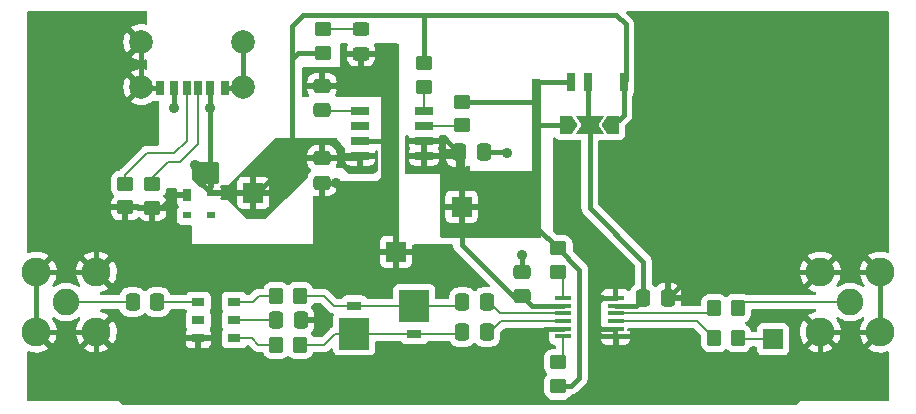
<source format=gtl>
G04 #@! TF.GenerationSoftware,KiCad,Pcbnew,(6.0.0)*
G04 #@! TF.CreationDate,2022-02-06T13:52:44+09:00*
G04 #@! TF.ProjectId,mt_signallevelconv,6d745f73-6967-46e6-916c-6c6576656c63,0.1*
G04 #@! TF.SameCoordinates,Original*
G04 #@! TF.FileFunction,Copper,L1,Top*
G04 #@! TF.FilePolarity,Positive*
%FSLAX46Y46*%
G04 Gerber Fmt 4.6, Leading zero omitted, Abs format (unit mm)*
G04 Created by KiCad (PCBNEW (6.0.0)) date 2022-02-06 13:52:44*
%MOMM*%
%LPD*%
G01*
G04 APERTURE LIST*
G04 Aperture macros list*
%AMRoundRect*
0 Rectangle with rounded corners*
0 $1 Rounding radius*
0 $2 $3 $4 $5 $6 $7 $8 $9 X,Y pos of 4 corners*
0 Add a 4 corners polygon primitive as box body*
4,1,4,$2,$3,$4,$5,$6,$7,$8,$9,$2,$3,0*
0 Add four circle primitives for the rounded corners*
1,1,$1+$1,$2,$3*
1,1,$1+$1,$4,$5*
1,1,$1+$1,$6,$7*
1,1,$1+$1,$8,$9*
0 Add four rect primitives between the rounded corners*
20,1,$1+$1,$2,$3,$4,$5,0*
20,1,$1+$1,$4,$5,$6,$7,0*
20,1,$1+$1,$6,$7,$8,$9,0*
20,1,$1+$1,$8,$9,$2,$3,0*%
%AMFreePoly0*
4,1,6,1.000000,0.000000,0.500000,-0.750000,-0.500000,-0.750000,-0.500000,0.750000,0.500000,0.750000,1.000000,0.000000,1.000000,0.000000,$1*%
%AMFreePoly1*
4,1,7,0.700000,0.000000,1.200000,-0.750000,-1.200000,-0.750000,-0.700000,0.000000,-1.200000,0.750000,1.200000,0.750000,0.700000,0.000000,0.700000,0.000000,$1*%
G04 Aperture macros list end*
G04 #@! TA.AperFunction,SMDPad,CuDef*
%ADD10RoundRect,0.250000X0.475000X-0.337500X0.475000X0.337500X-0.475000X0.337500X-0.475000X-0.337500X0*%
G04 #@! TD*
G04 #@! TA.AperFunction,SMDPad,CuDef*
%ADD11RoundRect,0.250000X-0.450000X0.350000X-0.450000X-0.350000X0.450000X-0.350000X0.450000X0.350000X0*%
G04 #@! TD*
G04 #@! TA.AperFunction,SMDPad,CuDef*
%ADD12RoundRect,0.250000X-0.350000X-0.450000X0.350000X-0.450000X0.350000X0.450000X-0.350000X0.450000X0*%
G04 #@! TD*
G04 #@! TA.AperFunction,SMDPad,CuDef*
%ADD13RoundRect,0.250000X-0.337500X-0.475000X0.337500X-0.475000X0.337500X0.475000X-0.337500X0.475000X0*%
G04 #@! TD*
G04 #@! TA.AperFunction,SMDPad,CuDef*
%ADD14R,1.425000X0.450000*%
G04 #@! TD*
G04 #@! TA.AperFunction,SMDPad,CuDef*
%ADD15R,1.140000X0.760000*%
G04 #@! TD*
G04 #@! TA.AperFunction,SMDPad,CuDef*
%ADD16R,0.700000X1.500000*%
G04 #@! TD*
G04 #@! TA.AperFunction,SMDPad,CuDef*
%ADD17R,1.528000X0.650000*%
G04 #@! TD*
G04 #@! TA.AperFunction,ComponentPad*
%ADD18R,1.700000X1.700000*%
G04 #@! TD*
G04 #@! TA.AperFunction,SMDPad,CuDef*
%ADD19RoundRect,0.250000X0.450000X-0.350000X0.450000X0.350000X-0.450000X0.350000X-0.450000X-0.350000X0*%
G04 #@! TD*
G04 #@! TA.AperFunction,SMDPad,CuDef*
%ADD20FreePoly0,180.000000*%
G04 #@! TD*
G04 #@! TA.AperFunction,SMDPad,CuDef*
%ADD21FreePoly1,180.000000*%
G04 #@! TD*
G04 #@! TA.AperFunction,SMDPad,CuDef*
%ADD22FreePoly0,0.000000*%
G04 #@! TD*
G04 #@! TA.AperFunction,SMDPad,CuDef*
%ADD23R,0.700000X1.000000*%
G04 #@! TD*
G04 #@! TA.AperFunction,SMDPad,CuDef*
%ADD24R,0.700000X0.600000*%
G04 #@! TD*
G04 #@! TA.AperFunction,ComponentPad*
%ADD25C,2.450000*%
G04 #@! TD*
G04 #@! TA.AperFunction,ComponentPad*
%ADD26C,2.250000*%
G04 #@! TD*
G04 #@! TA.AperFunction,SMDPad,CuDef*
%ADD27R,2.540000X2.670000*%
G04 #@! TD*
G04 #@! TA.AperFunction,SMDPad,CuDef*
%ADD28R,1.270000X0.762000*%
G04 #@! TD*
G04 #@! TA.AperFunction,SMDPad,CuDef*
%ADD29RoundRect,0.250000X-0.475000X0.337500X-0.475000X-0.337500X0.475000X-0.337500X0.475000X0.337500X0*%
G04 #@! TD*
G04 #@! TA.AperFunction,SMDPad,CuDef*
%ADD30R,0.700000X1.200000*%
G04 #@! TD*
G04 #@! TA.AperFunction,SMDPad,CuDef*
%ADD31R,0.760000X1.200000*%
G04 #@! TD*
G04 #@! TA.AperFunction,SMDPad,CuDef*
%ADD32R,0.800000X1.200000*%
G04 #@! TD*
G04 #@! TA.AperFunction,ComponentPad*
%ADD33C,2.010000*%
G04 #@! TD*
G04 #@! TA.AperFunction,SMDPad,CuDef*
%ADD34RoundRect,0.250000X0.450000X-0.325000X0.450000X0.325000X-0.450000X0.325000X-0.450000X-0.325000X0*%
G04 #@! TD*
G04 #@! TA.AperFunction,ViaPad*
%ADD35C,0.889000*%
G04 #@! TD*
G04 #@! TA.AperFunction,Conductor*
%ADD36C,0.406400*%
G04 #@! TD*
G04 #@! TA.AperFunction,Conductor*
%ADD37C,0.203200*%
G04 #@! TD*
G04 APERTURE END LIST*
D10*
G04 #@! TO.P,C5,1*
G04 #@! TO.N,/3V3*
X92956000Y-75126000D03*
G04 #@! TO.P,C5,2*
G04 #@! TO.N,GND*
X92956000Y-73051000D03*
G04 #@! TD*
D11*
G04 #@! TO.P,R7,1*
G04 #@! TO.N,/3V3*
X96004000Y-71094000D03*
G04 #@! TO.P,R7,2*
G04 #@! TO.N,Net-(IC1-Pad1)*
X96004000Y-73094000D03*
G04 #@! TD*
D12*
G04 #@! TO.P,R8,1*
G04 #@! TO.N,Net-(IC1-Pad10)*
X109216400Y-76142000D03*
G04 #@! TO.P,R8,2*
G04 #@! TO.N,Net-(J4-Pad5)*
X111216400Y-76142000D03*
G04 #@! TD*
D13*
G04 #@! TO.P,C2,1*
G04 #@! TO.N,Net-(C2-Pad1)*
X72128000Y-77158000D03*
G04 #@! TO.P,C2,2*
G04 #@! TO.N,GND*
X74203000Y-77158000D03*
G04 #@! TD*
D14*
G04 #@! TO.P,IC1,1,FILTA*
G04 #@! TO.N,Net-(IC1-Pad1)*
X96433600Y-75279000D03*
G04 #@! TO.P,IC1,2,V+*
G04 #@! TO.N,/3V3*
X96433600Y-75929000D03*
G04 #@! TO.P,IC1,3,IN+*
G04 #@! TO.N,Net-(C3-Pad2)*
X96433600Y-76579000D03*
G04 #@! TO.P,IC1,4,IN-*
G04 #@! TO.N,Net-(C4-Pad2)*
X96433600Y-77229000D03*
G04 #@! TO.P,IC1,5,GND*
G04 #@! TO.N,GND*
X96433600Y-77879000D03*
G04 #@! TO.P,IC1,6,FILTB*
G04 #@! TO.N,Net-(IC1-Pad6)*
X96433600Y-78529000D03*
G04 #@! TO.P,IC1,7,SD2*
G04 #@! TO.N,GND*
X100857600Y-78529000D03*
G04 #@! TO.P,IC1,8,GNDOUT*
X100857600Y-77879000D03*
G04 #@! TO.P,IC1,9,OUT2*
G04 #@! TO.N,Net-(IC1-Pad9)*
X100857600Y-77229000D03*
G04 #@! TO.P,IC1,10,OUT1*
G04 #@! TO.N,Net-(IC1-Pad10)*
X100857600Y-76579000D03*
G04 #@! TO.P,IC1,11,VDD*
G04 #@! TO.N,/VOUT*
X100857600Y-75929000D03*
G04 #@! TO.P,IC1,12,SD1*
G04 #@! TO.N,GND*
X100857600Y-75279000D03*
G04 #@! TD*
D15*
G04 #@! TO.P,T1,1,1*
G04 #@! TO.N,Net-(R4-Pad1)*
X68573000Y-75638000D03*
G04 #@! TO.P,T1,2,2*
G04 #@! TO.N,Net-(C2-Pad1)*
X68573000Y-77158000D03*
G04 #@! TO.P,T1,3,3*
G04 #@! TO.N,Net-(R5-Pad1)*
X68573000Y-78678000D03*
G04 #@! TO.P,T1,4,4*
G04 #@! TO.N,GND*
X65524000Y-78678000D03*
G04 #@! TO.P,T1,5,5*
G04 #@! TO.N,unconnected-(T1-Pad5)*
X65524000Y-77158000D03*
G04 #@! TO.P,T1,6,6*
G04 #@! TO.N,Net-(C1-Pad2)*
X65524000Y-75638000D03*
G04 #@! TD*
D16*
G04 #@! TO.P,S1,1,1*
G04 #@! TO.N,/5V*
X101555600Y-57007665D03*
G04 #@! TO.P,S1,2,2*
G04 #@! TO.N,/VOUT*
X98555600Y-57007665D03*
G04 #@! TO.P,S1,3,3*
G04 #@! TO.N,/3V3*
X97055600Y-57007665D03*
G04 #@! TD*
D13*
G04 #@! TO.P,C8,1*
G04 #@! TO.N,/VOUT*
X103192200Y-75278400D03*
G04 #@! TO.P,C8,2*
G04 #@! TO.N,GND*
X105267200Y-75278400D03*
G04 #@! TD*
D17*
G04 #@! TO.P,IC2,1,BYPASS*
G04 #@! TO.N,Net-(C7-Pad1)*
X79206900Y-59431600D03*
G04 #@! TO.P,IC2,2,N/C*
G04 #@! TO.N,unconnected-(IC2-Pad2)*
X79206900Y-60701600D03*
G04 #@! TO.P,IC2,3,GROUND*
G04 #@! TO.N,GND*
X79206900Y-61971600D03*
G04 #@! TO.P,IC2,4,IN*
G04 #@! TO.N,/5V*
X79206900Y-63241600D03*
G04 #@! TO.P,IC2,5,OUT*
G04 #@! TO.N,/3V3*
X84628900Y-63241600D03*
G04 #@! TO.P,IC2,6,SENSE*
X84628900Y-61971600D03*
G04 #@! TO.P,IC2,7,~{ERROR}*
G04 #@! TO.N,Net-(IC2-Pad7)*
X84628900Y-60701600D03*
G04 #@! TO.P,IC2,8,~{SHUTDOWN}*
G04 #@! TO.N,Net-(IC2-Pad8)*
X84628900Y-59431600D03*
G04 #@! TD*
D11*
G04 #@! TO.P,R3,1*
G04 #@! TO.N,Net-(J2-PadB5)*
X59333400Y-65619800D03*
G04 #@! TO.P,R3,2*
G04 #@! TO.N,GND*
X59333400Y-67619800D03*
G04 #@! TD*
D18*
G04 #@! TO.P,J3,1,Pin_1*
G04 #@! TO.N,Net-(J3-Pad1)*
X114178800Y-78783600D03*
G04 #@! TD*
G04 #@! TO.P,J5,1,Pin_1*
G04 #@! TO.N,GND*
X82262600Y-71366800D03*
G04 #@! TD*
D12*
G04 #@! TO.P,R5,1*
G04 #@! TO.N,Net-(R5-Pad1)*
X72128000Y-79240800D03*
G04 #@! TO.P,R5,2*
G04 #@! TO.N,Net-(C4-Pad1)*
X74128000Y-79240800D03*
G04 #@! TD*
D19*
G04 #@! TO.P,R6,1*
G04 #@! TO.N,/3V3*
X96004000Y-82714000D03*
G04 #@! TO.P,R6,2*
G04 #@! TO.N,Net-(IC1-Pad6)*
X96004000Y-80714000D03*
G04 #@! TD*
D20*
G04 #@! TO.P,JP1,1,A*
G04 #@! TO.N,/5V*
X100677200Y-60639600D03*
D21*
G04 #@! TO.P,JP1,2,C*
G04 #@! TO.N,/VOUT*
X98677200Y-60639600D03*
D22*
G04 #@! TO.P,JP1,3,B*
G04 #@! TO.N,/3V3*
X96677200Y-60639600D03*
G04 #@! TD*
D13*
G04 #@! TO.P,C9,1*
G04 #@! TO.N,/3V3*
X87605600Y-62958600D03*
G04 #@! TO.P,C9,2*
G04 #@! TO.N,GND*
X89680600Y-62958600D03*
G04 #@! TD*
D18*
G04 #@! TO.P,J6,1,Pin_1*
G04 #@! TO.N,/5V*
X70179200Y-66391200D03*
G04 #@! TD*
D23*
G04 #@! TO.P,D2,1,ground*
G04 #@! TO.N,GND*
X64558400Y-66600800D03*
D24*
G04 #@! TO.P,D2,2,input/output_1*
G04 #@! TO.N,unconnected-(D2-Pad2)*
X64558400Y-68300800D03*
G04 #@! TO.P,D2,3,input/output_2*
G04 #@! TO.N,unconnected-(D2-Pad3)*
X66558400Y-68300800D03*
G04 #@! TO.P,D2,4,supply_voltage*
G04 #@! TO.N,/5V*
X66558400Y-66400800D03*
G04 #@! TD*
D13*
G04 #@! TO.P,C4,1*
G04 #@! TO.N,Net-(C4-Pad1)*
X87876000Y-78174000D03*
G04 #@! TO.P,C4,2*
G04 #@! TO.N,Net-(C4-Pad2)*
X89951000Y-78174000D03*
G04 #@! TD*
D11*
G04 #@! TO.P,R11,1*
G04 #@! TO.N,/3V3*
X87883000Y-58676200D03*
G04 #@! TO.P,R11,2*
G04 #@! TO.N,Net-(IC2-Pad7)*
X87883000Y-60676200D03*
G04 #@! TD*
D13*
G04 #@! TO.P,C3,1*
G04 #@! TO.N,Net-(C3-Pad1)*
X87876000Y-75634000D03*
G04 #@! TO.P,C3,2*
G04 #@! TO.N,Net-(C3-Pad2)*
X89951000Y-75634000D03*
G04 #@! TD*
G04 #@! TO.P,C1,1*
G04 #@! TO.N,Net-(C1-Pad1)*
X59965300Y-75634000D03*
G04 #@! TO.P,C1,2*
G04 #@! TO.N,Net-(C1-Pad2)*
X62040300Y-75634000D03*
G04 #@! TD*
D11*
G04 #@! TO.P,R2,1*
G04 #@! TO.N,Net-(J2-PadA5)*
X61619400Y-65645200D03*
G04 #@! TO.P,R2,2*
G04 #@! TO.N,GND*
X61619400Y-67645200D03*
G04 #@! TD*
G04 #@! TO.P,R10,1*
G04 #@! TO.N,/5V*
X84631800Y-55425000D03*
G04 #@! TO.P,R10,2*
G04 #@! TO.N,Net-(IC2-Pad8)*
X84631800Y-57425000D03*
G04 #@! TD*
D18*
G04 #@! TO.P,J7,1,Pin_1*
G04 #@! TO.N,/3V3*
X87808800Y-67556000D03*
G04 #@! TD*
D25*
G04 #@! TO.P,J4,1,1*
G04 #@! TO.N,GND*
X123272000Y-73094000D03*
G04 #@! TO.P,J4,2,2*
X123272000Y-78174000D03*
G04 #@! TO.P,J4,3,3*
X118192000Y-73094000D03*
G04 #@! TO.P,J4,4,4*
X118192000Y-78174000D03*
D26*
G04 #@! TO.P,J4,5,5*
G04 #@! TO.N,Net-(J4-Pad5)*
X120732000Y-75634000D03*
G04 #@! TD*
D27*
G04 #@! TO.P,D4,1*
G04 #@! TO.N,Net-(C3-Pad1)*
X83812000Y-75983000D03*
D28*
G04 #@! TO.P,D4,2*
G04 #@! TO.N,Net-(C4-Pad1)*
X83812000Y-78334000D03*
G04 #@! TD*
D29*
G04 #@! TO.P,C6,1*
G04 #@! TO.N,/5V*
X75995800Y-63452600D03*
G04 #@! TO.P,C6,2*
G04 #@! TO.N,GND*
X75995800Y-65527600D03*
G04 #@! TD*
D12*
G04 #@! TO.P,R9,1*
G04 #@! TO.N,Net-(IC1-Pad9)*
X109216400Y-78682000D03*
G04 #@! TO.P,R9,2*
G04 #@! TO.N,Net-(J3-Pad1)*
X111216400Y-78682000D03*
G04 #@! TD*
D10*
G04 #@! TO.P,C7,1*
G04 #@! TO.N,Net-(C7-Pad1)*
X75995800Y-59406200D03*
G04 #@! TO.P,C7,2*
G04 #@! TO.N,GND*
X75995800Y-57331200D03*
G04 #@! TD*
D25*
G04 #@! TO.P,J1,1,1*
G04 #@! TO.N,GND*
X51808000Y-78174000D03*
G04 #@! TO.P,J1,2,2*
X51808000Y-73094000D03*
G04 #@! TO.P,J1,3,3*
X56888000Y-78174000D03*
G04 #@! TO.P,J1,4,4*
X56888000Y-73094000D03*
D26*
G04 #@! TO.P,J1,5,5*
G04 #@! TO.N,Net-(C1-Pad1)*
X54348000Y-75634000D03*
G04 #@! TD*
D30*
G04 #@! TO.P,J2,A5,CC1*
G04 #@! TO.N,Net-(J2-PadA5)*
X65525000Y-57505000D03*
D31*
G04 #@! TO.P,J2,A9,VBUS_1*
G04 #@! TO.N,/5V*
X63505000Y-57505000D03*
D32*
G04 #@! TO.P,J2,A12,GND_1*
G04 #@! TO.N,GND*
X62275000Y-57505000D03*
D30*
G04 #@! TO.P,J2,B5,CC2*
G04 #@! TO.N,Net-(J2-PadB5)*
X64525000Y-57505000D03*
D31*
G04 #@! TO.P,J2,B9,VBUS_2*
G04 #@! TO.N,/5V*
X66545000Y-57505000D03*
D32*
G04 #@! TO.P,J2,B12,GND_2*
G04 #@! TO.N,GND*
X67775000Y-57505000D03*
D33*
G04 #@! TO.P,J2,MH1,MH1*
X69345000Y-53625000D03*
G04 #@! TO.P,J2,MH2,MH2*
X60705000Y-53625000D03*
G04 #@! TO.P,J2,MH3,MH3*
X69345000Y-57425000D03*
G04 #@! TO.P,J2,MH4,MH4*
X60705000Y-57425000D03*
G04 #@! TD*
D34*
G04 #@! TO.P,D1,1,K*
G04 #@! TO.N,GND*
X79297800Y-54605600D03*
G04 #@! TO.P,D1,2,A*
G04 #@! TO.N,Net-(D1-Pad2)*
X79297800Y-52555600D03*
G04 #@! TD*
D27*
G04 #@! TO.P,D3,1*
G04 #@! TO.N,Net-(C4-Pad1)*
X78732000Y-78313700D03*
D28*
G04 #@! TO.P,D3,2*
G04 #@! TO.N,Net-(C3-Pad1)*
X78732000Y-75962700D03*
G04 #@! TD*
D19*
G04 #@! TO.P,R1,1*
G04 #@! TO.N,/5V*
X76046600Y-54548200D03*
G04 #@! TO.P,R1,2*
G04 #@! TO.N,Net-(D1-Pad2)*
X76046600Y-52548200D03*
G04 #@! TD*
D12*
G04 #@! TO.P,R4,1*
G04 #@! TO.N,Net-(R4-Pad1)*
X72128000Y-75126000D03*
G04 #@! TO.P,R4,2*
G04 #@! TO.N,Net-(C3-Pad1)*
X74128000Y-75126000D03*
G04 #@! TD*
D35*
G04 #@! TO.N,GND*
X104700000Y-78725000D03*
X60925000Y-61425000D03*
X52775000Y-69475000D03*
X63625000Y-73850000D03*
X61000000Y-77775000D03*
X64175000Y-71300000D03*
X75975000Y-71400000D03*
X111325000Y-63250000D03*
X121375000Y-63100000D03*
X52675000Y-52575000D03*
X52425000Y-82625000D03*
X70125000Y-73575000D03*
X80900000Y-74100000D03*
X85925000Y-80150000D03*
X75775000Y-80950000D03*
X87900000Y-73375000D03*
X93100000Y-78900000D03*
X99550000Y-82325000D03*
X100200000Y-73075000D03*
X96600000Y-62950000D03*
X105300000Y-72525000D03*
X100825000Y-62950000D03*
X104025000Y-52750000D03*
X121650000Y-53225000D03*
X117276000Y-82876000D03*
G04 #@! TO.N,/5V*
X66545000Y-59205000D03*
X65278000Y-64008000D03*
X66545000Y-64930000D03*
X63505000Y-59177000D03*
G04 #@! TO.N,GND*
X77220400Y-65527600D03*
X75634000Y-77158000D03*
X77542800Y-57331200D03*
X81026000Y-54610000D03*
X91694000Y-62992000D03*
X92956000Y-71636000D03*
G04 #@! TD*
D36*
G04 #@! TO.N,GND*
X117276000Y-82876000D02*
X116078000Y-84074000D01*
X82262600Y-71366800D02*
X82262600Y-65498600D01*
X82262600Y-65498600D02*
X81534000Y-64770000D01*
G04 #@! TO.N,/3V3*
X94175000Y-57125000D02*
X94175000Y-57907000D01*
X94175000Y-57907000D02*
X94234000Y-57966000D01*
X94292335Y-57007665D02*
X94175000Y-57125000D01*
X97055600Y-57007665D02*
X94292335Y-57007665D01*
X94234000Y-57966000D02*
X94234000Y-58884000D01*
X97790000Y-72880000D02*
X97790000Y-82042000D01*
X96004000Y-71094000D02*
X97790000Y-72880000D01*
X94081000Y-67556000D02*
X94234000Y-67709000D01*
X87808800Y-67556000D02*
X94081000Y-67556000D01*
X94234000Y-67709000D02*
X94234000Y-69324000D01*
X94234000Y-62391000D02*
X94234000Y-67709000D01*
X94234000Y-69324000D02*
X96004000Y-71094000D01*
X94026200Y-58676200D02*
X94234000Y-58884000D01*
X87883000Y-58676200D02*
X94026200Y-58676200D01*
G04 #@! TO.N,/5V*
X73976800Y-54548200D02*
X73453400Y-55071600D01*
X73453400Y-63452600D02*
X73453400Y-55071600D01*
X73453400Y-55071600D02*
X73453400Y-52276600D01*
X76046600Y-54548200D02*
X73976800Y-54548200D01*
X84631800Y-51418200D02*
X84742000Y-51308000D01*
X84631800Y-55425000D02*
X84631800Y-51418200D01*
X84742000Y-51308000D02*
X100883000Y-51308000D01*
X74422000Y-51308000D02*
X84742000Y-51308000D01*
G04 #@! TO.N,/3V3*
X94435400Y-60639600D02*
X94234000Y-60841000D01*
X96677200Y-60639600D02*
X94435400Y-60639600D01*
X94234000Y-58884000D02*
X94234000Y-62391000D01*
G04 #@! TO.N,/5V*
X101708321Y-52133321D02*
X101708321Y-56854944D01*
X100883000Y-51308000D02*
X101708321Y-52133321D01*
X73453400Y-52276600D02*
X74422000Y-51308000D01*
X101708321Y-56854944D02*
X101555600Y-57007665D01*
G04 #@! TO.N,/3V3*
X87808800Y-70790800D02*
X87808800Y-67556000D01*
X97118000Y-82714000D02*
X97790000Y-82042000D01*
X92144000Y-75126000D02*
X87808800Y-70790800D01*
X87808800Y-63161800D02*
X87808800Y-67556000D01*
X96433600Y-75929000D02*
X93759000Y-75929000D01*
X93759000Y-75929000D02*
X92956000Y-75126000D01*
X87322600Y-63241600D02*
X87605600Y-62958600D01*
X87605600Y-62958600D02*
X87808800Y-63161800D01*
X96004000Y-82714000D02*
X97118000Y-82714000D01*
X84628900Y-61971600D02*
X86618600Y-61971600D01*
X86618600Y-61971600D02*
X87605600Y-62958600D01*
X92956000Y-75126000D02*
X92144000Y-75126000D01*
X84628900Y-63241600D02*
X87322600Y-63241600D01*
D37*
G04 #@! TO.N,Net-(IC2-Pad7)*
X84628900Y-60701600D02*
X87857600Y-60701600D01*
X87857600Y-60701600D02*
X87883000Y-60676200D01*
D36*
G04 #@! TO.N,/5V*
X75995800Y-63452600D02*
X78995900Y-63452600D01*
X101555600Y-59761200D02*
X100677200Y-60639600D01*
X70514800Y-66391200D02*
X70179200Y-66391200D01*
X101555600Y-57007665D02*
X101555600Y-59761200D01*
X73453400Y-63452600D02*
X70514800Y-66391200D01*
X65278000Y-65120400D02*
X66558400Y-66400800D01*
X66558400Y-66400800D02*
X70169600Y-66400800D01*
X66545000Y-57505000D02*
X66545000Y-59205000D01*
X78995900Y-63452600D02*
X79206900Y-63241600D01*
X70169600Y-66400800D02*
X70179200Y-66391200D01*
X66545000Y-59205000D02*
X66545000Y-64930000D01*
X65278000Y-64008000D02*
X65278000Y-65120400D01*
X63505000Y-57505000D02*
X63505000Y-59177000D01*
X75995800Y-63452600D02*
X73453400Y-63452600D01*
X66545000Y-64930000D02*
X66545000Y-66387400D01*
D37*
G04 #@! TO.N,Net-(IC2-Pad8)*
X84628900Y-57427900D02*
X84631800Y-57425000D01*
X84628900Y-59431600D02*
X84628900Y-57427900D01*
G04 #@! TO.N,Net-(IC1-Pad9)*
X107763400Y-77229000D02*
X109216400Y-78682000D01*
X100857600Y-77229000D02*
X107763400Y-77229000D01*
G04 #@! TO.N,Net-(J3-Pad1)*
X111318000Y-78783600D02*
X114178800Y-78783600D01*
X111216400Y-78682000D02*
X111318000Y-78783600D01*
G04 #@! TO.N,Net-(IC1-Pad10)*
X100857600Y-76579000D02*
X108779400Y-76579000D01*
X108779400Y-76579000D02*
X109216400Y-76142000D01*
G04 #@! TO.N,Net-(J4-Pad5)*
X111724400Y-75634000D02*
X111216400Y-76142000D01*
X120732000Y-75634000D02*
X111724400Y-75634000D01*
G04 #@! TO.N,Net-(IC1-Pad1)*
X96433600Y-73523600D02*
X96004000Y-73094000D01*
X96433600Y-75279000D02*
X96433600Y-73523600D01*
G04 #@! TO.N,Net-(IC1-Pad6)*
X96433600Y-80284400D02*
X96004000Y-80714000D01*
X96433600Y-78529000D02*
X96433600Y-80284400D01*
G04 #@! TO.N,Net-(R5-Pad1)*
X70042000Y-78678000D02*
X70604800Y-79240800D01*
X68573000Y-78678000D02*
X70042000Y-78678000D01*
X70604800Y-79240800D02*
X72128000Y-79240800D01*
G04 #@! TO.N,Net-(C4-Pad1)*
X76207200Y-79240800D02*
X77134300Y-78313700D01*
X83791700Y-78313700D02*
X83812000Y-78334000D01*
X77134300Y-78313700D02*
X78732000Y-78313700D01*
X78732000Y-78313700D02*
X83791700Y-78313700D01*
X74128000Y-79240800D02*
X76207200Y-79240800D01*
X83812000Y-78334000D02*
X87716000Y-78334000D01*
X87716000Y-78334000D02*
X87876000Y-78174000D01*
G04 #@! TO.N,Net-(R4-Pad1)*
X70158000Y-75638000D02*
X70670000Y-75126000D01*
X70670000Y-75126000D02*
X72128000Y-75126000D01*
X68573000Y-75638000D02*
X70158000Y-75638000D01*
G04 #@! TO.N,Net-(C3-Pad1)*
X87527000Y-75983000D02*
X87876000Y-75634000D01*
X76978700Y-75962700D02*
X78732000Y-75962700D01*
X83791700Y-75962700D02*
X83812000Y-75983000D01*
X78732000Y-75962700D02*
X83791700Y-75962700D01*
X83812000Y-75983000D02*
X87527000Y-75983000D01*
X74128000Y-75126000D02*
X76142000Y-75126000D01*
X76142000Y-75126000D02*
X76978700Y-75962700D01*
G04 #@! TO.N,Net-(J2-PadB5)*
X63500000Y-62992000D02*
X61214000Y-62992000D01*
X64525000Y-61967000D02*
X63500000Y-62992000D01*
X64525000Y-57505000D02*
X64525000Y-61967000D01*
X61214000Y-62992000D02*
X59333400Y-64872600D01*
X59333400Y-64872600D02*
X59333400Y-65619800D01*
D36*
G04 #@! TO.N,GND*
X60705000Y-53625000D02*
X60705000Y-57425000D01*
X81534000Y-64770000D02*
X80776400Y-65527600D01*
X69345000Y-53625000D02*
X69345000Y-57425000D01*
X59182000Y-84074000D02*
X56888000Y-81780000D01*
X81534000Y-58166000D02*
X81534000Y-61976000D01*
X77220400Y-65527600D02*
X75995800Y-65527600D01*
X56888000Y-67572000D02*
X56888000Y-73094000D01*
X62484000Y-80010000D02*
X62484000Y-84074000D01*
X51808000Y-73094000D02*
X56888000Y-73094000D01*
X65524000Y-78678000D02*
X63816000Y-78678000D01*
X80776400Y-65527600D02*
X77220400Y-65527600D01*
X75995800Y-57331200D02*
X77542800Y-57331200D01*
X100857600Y-77879000D02*
X99469000Y-77879000D01*
X59333400Y-67619800D02*
X56935800Y-67619800D01*
X61619400Y-67645200D02*
X62402800Y-67645200D01*
X62484000Y-84074000D02*
X59182000Y-84074000D01*
X107451600Y-73094000D02*
X105267200Y-75278400D01*
X92956000Y-71636000D02*
X92956000Y-73051000D01*
X99314000Y-75692000D02*
X99727000Y-75279000D01*
X100857600Y-84054400D02*
X100838000Y-84074000D01*
X63816000Y-78678000D02*
X62484000Y-80010000D01*
X51808000Y-73094000D02*
X51808000Y-78174000D01*
X123272000Y-73094000D02*
X118192000Y-73094000D01*
X56888000Y-81780000D02*
X56888000Y-78174000D01*
X56888000Y-61242000D02*
X56888000Y-67572000D01*
X62275000Y-57505000D02*
X60785000Y-57505000D01*
X118192000Y-81960000D02*
X117276000Y-82876000D01*
X74203000Y-77158000D02*
X75634000Y-77158000D01*
X81534000Y-61976000D02*
X81534000Y-64770000D01*
X123272000Y-78174000D02*
X118192000Y-78174000D01*
X99314000Y-78232000D02*
X99314000Y-77724000D01*
X81021600Y-54605600D02*
X81026000Y-54610000D01*
X79429200Y-57331200D02*
X80699200Y-57331200D01*
X100857600Y-78529000D02*
X99611000Y-78529000D01*
X79206900Y-61971600D02*
X81529600Y-61971600D01*
X59333400Y-67619800D02*
X61594000Y-67619800D01*
X94841000Y-77879000D02*
X93980000Y-78740000D01*
X96433600Y-77879000D02*
X94841000Y-77879000D01*
X118192000Y-78174000D02*
X118192000Y-81960000D01*
X69265000Y-57505000D02*
X69345000Y-57425000D01*
X60785000Y-57505000D02*
X60705000Y-57425000D01*
X51808000Y-78174000D02*
X56888000Y-78174000D01*
X81529600Y-61971600D02*
X81534000Y-61976000D01*
X77542800Y-57331200D02*
X79429200Y-57331200D01*
X79297800Y-54605600D02*
X81021600Y-54605600D01*
X91660600Y-62958600D02*
X91694000Y-62992000D01*
X99727000Y-75279000D02*
X100857600Y-75279000D01*
X62402800Y-67645200D02*
X63447200Y-66600800D01*
X100857600Y-78529000D02*
X100857600Y-84054400D01*
X93980000Y-78740000D02*
X93980000Y-84074000D01*
X89680600Y-62958600D02*
X91660600Y-62958600D01*
X61594000Y-67619800D02*
X61619400Y-67645200D01*
X123272000Y-73094000D02*
X123272000Y-78174000D01*
X99314000Y-77724000D02*
X99314000Y-75692000D01*
X116078000Y-84074000D02*
X100838000Y-84074000D01*
X56935800Y-67619800D02*
X56888000Y-67572000D01*
X60705000Y-57425000D02*
X56888000Y-61242000D01*
X93980000Y-84074000D02*
X62484000Y-84074000D01*
X75692000Y-77216000D02*
X75634000Y-77158000D01*
X80699200Y-57331200D02*
X81534000Y-58166000D01*
X67775000Y-57505000D02*
X69265000Y-57505000D01*
X99469000Y-77879000D02*
X99314000Y-77724000D01*
X63447200Y-66600800D02*
X64558400Y-66600800D01*
X100838000Y-84074000D02*
X93980000Y-84074000D01*
X99611000Y-78529000D02*
X99314000Y-78232000D01*
X118192000Y-73094000D02*
X107451600Y-73094000D01*
D37*
G04 #@! TO.N,Net-(D1-Pad2)*
X79290400Y-52548200D02*
X79297800Y-52555600D01*
X76046600Y-52548200D02*
X79290400Y-52548200D01*
G04 #@! TO.N,Net-(J2-PadA5)*
X65525000Y-62237000D02*
X64008000Y-63754000D01*
X61619400Y-65126600D02*
X61619400Y-65645200D01*
X62992000Y-63754000D02*
X61619400Y-65126600D01*
X64008000Y-63754000D02*
X62992000Y-63754000D01*
X65525000Y-57505000D02*
X65525000Y-62237000D01*
G04 #@! TO.N,Net-(C2-Pad1)*
X68573000Y-77158000D02*
X72128000Y-77158000D01*
G04 #@! TO.N,Net-(C1-Pad2)*
X62044300Y-75638000D02*
X65524000Y-75638000D01*
X62040300Y-75634000D02*
X62044300Y-75638000D01*
D36*
G04 #@! TO.N,/VOUT*
X98555600Y-57007665D02*
X98555600Y-60518000D01*
X98677200Y-60639600D02*
X98677200Y-67689200D01*
X100857600Y-75929000D02*
X102541600Y-75929000D01*
X102541600Y-75929000D02*
X103192200Y-75278400D01*
X103192200Y-72204200D02*
X103192200Y-75278400D01*
X98677200Y-67689200D02*
X103192200Y-72204200D01*
X98555600Y-60518000D02*
X98677200Y-60639600D01*
D37*
G04 #@! TO.N,Net-(C3-Pad2)*
X96433600Y-76579000D02*
X91057000Y-76579000D01*
X90112000Y-75634000D02*
X89951000Y-75634000D01*
X91057000Y-76579000D02*
X90112000Y-75634000D01*
G04 #@! TO.N,Net-(C4-Pad2)*
X96433600Y-77229000D02*
X91173000Y-77229000D01*
X91173000Y-77229000D02*
X90228000Y-78174000D01*
X90228000Y-78174000D02*
X89951000Y-78174000D01*
G04 #@! TO.N,Net-(C7-Pad1)*
X75995800Y-59406200D02*
X76021200Y-59431600D01*
X76021200Y-59431600D02*
X79206900Y-59431600D01*
G04 #@! TO.N,Net-(C1-Pad1)*
X54348000Y-75634000D02*
X59965300Y-75634000D01*
G04 #@! TD*
G04 #@! TA.AperFunction,Conductor*
G04 #@! TO.N,/5V*
G36*
X68750000Y-67000000D02*
G01*
X67520600Y-67000000D01*
X67452479Y-66979998D01*
X67405986Y-66926342D01*
X67395882Y-66856068D01*
X67402618Y-66829770D01*
X67406878Y-66818406D01*
X67410505Y-66803151D01*
X67416031Y-66752286D01*
X67416400Y-66745472D01*
X67416400Y-66672915D01*
X67411925Y-66657676D01*
X67410535Y-66656471D01*
X67402852Y-66654800D01*
X66430400Y-66654800D01*
X66362279Y-66634798D01*
X66315786Y-66581142D01*
X66304400Y-66528800D01*
X66304400Y-66272800D01*
X66324402Y-66204679D01*
X66378058Y-66158186D01*
X66430400Y-66146800D01*
X67398284Y-66146800D01*
X67413523Y-66142325D01*
X67414728Y-66140935D01*
X67416399Y-66133252D01*
X67416399Y-66056131D01*
X67416029Y-66049310D01*
X67410505Y-65998448D01*
X67406879Y-65983196D01*
X67383274Y-65920230D01*
X67378091Y-65849422D01*
X67412012Y-65787053D01*
X67474267Y-65752924D01*
X67501256Y-65750000D01*
X68750000Y-65750000D01*
X68750000Y-67000000D01*
G37*
G04 #@! TD.AperFunction*
G04 #@! TA.AperFunction,Conductor*
G36*
X65779461Y-65826008D02*
G01*
X65750000Y-65848037D01*
X65750000Y-65750000D01*
X65836425Y-65750000D01*
X65779461Y-65826008D01*
G37*
G04 #@! TD.AperFunction*
G04 #@! TD*
G04 #@! TA.AperFunction,Conductor*
G04 #@! TO.N,/5V*
G36*
X67192121Y-63770002D02*
G01*
X67238614Y-63823658D01*
X67250000Y-63876000D01*
X67250000Y-65504495D01*
X67229998Y-65572616D01*
X67176342Y-65619109D01*
X67106068Y-65629213D01*
X67079770Y-65622477D01*
X67026006Y-65602322D01*
X67010751Y-65598695D01*
X66959886Y-65593169D01*
X66953072Y-65592800D01*
X66830515Y-65592800D01*
X66815276Y-65597275D01*
X66814071Y-65598665D01*
X66812400Y-65606348D01*
X66812400Y-66000000D01*
X66304400Y-66000000D01*
X66304400Y-65610916D01*
X66299925Y-65595677D01*
X66298535Y-65594472D01*
X66290852Y-65592801D01*
X66163731Y-65592801D01*
X66156910Y-65593171D01*
X66106048Y-65598695D01*
X66090796Y-65602321D01*
X65970346Y-65647476D01*
X65954751Y-65656014D01*
X65852676Y-65732515D01*
X65840116Y-65745075D01*
X65779461Y-65826008D01*
X65722602Y-65868524D01*
X65651783Y-65873550D01*
X65589539Y-65839539D01*
X65036905Y-65286905D01*
X65002879Y-65224593D01*
X65000000Y-65197810D01*
X65000000Y-63876000D01*
X65020002Y-63807879D01*
X65073658Y-63761386D01*
X65126000Y-63750000D01*
X67124000Y-63750000D01*
X67192121Y-63770002D01*
G37*
G04 #@! TD.AperFunction*
G04 #@! TD*
G04 #@! TA.AperFunction,Conductor*
G04 #@! TO.N,/5V*
G36*
X77255121Y-61770002D02*
G01*
X77287800Y-61800400D01*
X77933783Y-62661711D01*
X77958654Y-62728208D01*
X77950965Y-62781540D01*
X77944422Y-62798994D01*
X77940795Y-62814249D01*
X77935269Y-62865114D01*
X77934900Y-62871928D01*
X77934900Y-62969485D01*
X77939375Y-62984724D01*
X77940765Y-62985929D01*
X77948448Y-62987600D01*
X80460784Y-62987600D01*
X80476023Y-62983125D01*
X80477228Y-62981735D01*
X80478899Y-62974052D01*
X80478899Y-62876000D01*
X80498901Y-62807879D01*
X80552557Y-62761386D01*
X80604899Y-62750000D01*
X80624000Y-62750000D01*
X80692121Y-62770002D01*
X80738614Y-62823658D01*
X80750000Y-62876000D01*
X80750000Y-64440985D01*
X80729998Y-64509106D01*
X80704663Y-64537781D01*
X80485045Y-64720796D01*
X80419908Y-64749040D01*
X80404382Y-64750000D01*
X78302190Y-64750000D01*
X78234069Y-64729998D01*
X78213095Y-64713095D01*
X77750000Y-64250000D01*
X77291435Y-64250000D01*
X77223314Y-64229998D01*
X77176821Y-64176342D01*
X77166717Y-64106068D01*
X77171842Y-64084332D01*
X77215938Y-63951390D01*
X77218805Y-63938014D01*
X77228472Y-63843662D01*
X77228800Y-63837246D01*
X77228800Y-63724715D01*
X77224325Y-63709476D01*
X77222935Y-63708271D01*
X77215252Y-63706600D01*
X74780916Y-63706600D01*
X74765677Y-63711075D01*
X74764472Y-63712465D01*
X74762801Y-63720148D01*
X74762801Y-63837195D01*
X74763138Y-63843714D01*
X74773057Y-63939306D01*
X74775949Y-63952700D01*
X74827388Y-64106884D01*
X74833561Y-64120062D01*
X74913970Y-64250000D01*
X74500000Y-64250000D01*
X74500000Y-63611269D01*
X77934901Y-63611269D01*
X77935271Y-63618090D01*
X77940795Y-63668952D01*
X77944421Y-63684204D01*
X77989576Y-63804654D01*
X77998114Y-63820249D01*
X78074615Y-63922324D01*
X78087176Y-63934885D01*
X78189251Y-64011386D01*
X78204846Y-64019924D01*
X78325294Y-64065078D01*
X78340549Y-64068705D01*
X78391414Y-64074231D01*
X78398228Y-64074600D01*
X78934785Y-64074600D01*
X78950024Y-64070125D01*
X78951229Y-64068735D01*
X78952900Y-64061052D01*
X78952900Y-64056484D01*
X79460900Y-64056484D01*
X79465375Y-64071723D01*
X79466765Y-64072928D01*
X79474448Y-64074599D01*
X80015569Y-64074599D01*
X80022390Y-64074229D01*
X80073252Y-64068705D01*
X80088504Y-64065079D01*
X80208954Y-64019924D01*
X80224549Y-64011386D01*
X80326624Y-63934885D01*
X80339185Y-63922324D01*
X80415686Y-63820249D01*
X80424224Y-63804654D01*
X80469378Y-63684206D01*
X80473005Y-63668951D01*
X80478531Y-63618086D01*
X80478900Y-63611272D01*
X80478900Y-63513715D01*
X80474425Y-63498476D01*
X80473035Y-63497271D01*
X80465352Y-63495600D01*
X79479015Y-63495600D01*
X79463776Y-63500075D01*
X79462571Y-63501465D01*
X79460900Y-63509148D01*
X79460900Y-64056484D01*
X78952900Y-64056484D01*
X78952900Y-63513715D01*
X78948425Y-63498476D01*
X78947035Y-63497271D01*
X78939352Y-63495600D01*
X77953016Y-63495600D01*
X77937777Y-63500075D01*
X77936572Y-63501465D01*
X77934901Y-63509148D01*
X77934901Y-63611269D01*
X74500000Y-63611269D01*
X74500000Y-63180485D01*
X74762800Y-63180485D01*
X74767275Y-63195724D01*
X74768665Y-63196929D01*
X74776348Y-63198600D01*
X75723685Y-63198600D01*
X75738924Y-63194125D01*
X75740129Y-63192735D01*
X75741800Y-63185052D01*
X75741800Y-63180485D01*
X76249800Y-63180485D01*
X76254275Y-63195724D01*
X76255665Y-63196929D01*
X76263348Y-63198600D01*
X77210684Y-63198600D01*
X77225923Y-63194125D01*
X77227128Y-63192735D01*
X77228799Y-63185052D01*
X77228799Y-63068005D01*
X77228462Y-63061486D01*
X77218543Y-62965894D01*
X77215651Y-62952500D01*
X77164212Y-62798316D01*
X77158039Y-62785138D01*
X77072737Y-62647293D01*
X77063701Y-62635892D01*
X76948971Y-62521361D01*
X76937560Y-62512349D01*
X76799557Y-62427284D01*
X76786376Y-62421137D01*
X76632090Y-62369962D01*
X76618714Y-62367095D01*
X76524362Y-62357428D01*
X76517945Y-62357100D01*
X76267915Y-62357100D01*
X76252676Y-62361575D01*
X76251471Y-62362965D01*
X76249800Y-62370648D01*
X76249800Y-63180485D01*
X75741800Y-63180485D01*
X75741800Y-62375216D01*
X75737325Y-62359977D01*
X75735935Y-62358772D01*
X75728252Y-62357101D01*
X75473705Y-62357101D01*
X75467186Y-62357438D01*
X75371594Y-62367357D01*
X75358200Y-62370249D01*
X75204016Y-62421688D01*
X75190838Y-62427861D01*
X75052993Y-62513163D01*
X75041592Y-62522199D01*
X74927061Y-62636929D01*
X74918049Y-62648340D01*
X74832984Y-62786343D01*
X74826837Y-62799524D01*
X74775662Y-62953810D01*
X74772795Y-62967186D01*
X74763128Y-63061538D01*
X74762800Y-63067955D01*
X74762800Y-63180485D01*
X74500000Y-63180485D01*
X74500000Y-61750000D01*
X77187000Y-61750000D01*
X77255121Y-61770002D01*
G37*
G04 #@! TD.AperFunction*
G04 #@! TD*
G04 #@! TA.AperFunction,Conductor*
G04 #@! TO.N,/3V3*
G36*
X83299021Y-61520002D02*
G01*
X83345514Y-61573658D01*
X83356900Y-61626000D01*
X83356900Y-61699485D01*
X83361375Y-61714724D01*
X83362765Y-61715929D01*
X83370448Y-61717600D01*
X85882784Y-61717600D01*
X85898023Y-61713125D01*
X85899228Y-61711735D01*
X85900899Y-61704052D01*
X85900899Y-61626000D01*
X85920901Y-61557879D01*
X85974557Y-61511386D01*
X86026899Y-61500000D01*
X86250000Y-61500000D01*
X86250000Y-64750000D01*
X83126000Y-64750000D01*
X83057879Y-64729998D01*
X83011386Y-64676342D01*
X83000000Y-64624000D01*
X83000000Y-63611269D01*
X83356901Y-63611269D01*
X83357271Y-63618090D01*
X83362795Y-63668952D01*
X83366421Y-63684204D01*
X83411576Y-63804654D01*
X83420114Y-63820249D01*
X83496615Y-63922324D01*
X83509176Y-63934885D01*
X83611251Y-64011386D01*
X83626846Y-64019924D01*
X83747294Y-64065078D01*
X83762549Y-64068705D01*
X83813414Y-64074231D01*
X83820228Y-64074600D01*
X84356785Y-64074600D01*
X84372024Y-64070125D01*
X84373229Y-64068735D01*
X84374900Y-64061052D01*
X84374900Y-64056484D01*
X84882900Y-64056484D01*
X84887375Y-64071723D01*
X84888765Y-64072928D01*
X84896448Y-64074599D01*
X85437569Y-64074599D01*
X85444390Y-64074229D01*
X85495252Y-64068705D01*
X85510504Y-64065079D01*
X85630954Y-64019924D01*
X85646549Y-64011386D01*
X85748624Y-63934885D01*
X85761185Y-63922324D01*
X85837686Y-63820249D01*
X85846224Y-63804654D01*
X85891378Y-63684206D01*
X85895005Y-63668951D01*
X85900531Y-63618086D01*
X85900900Y-63611272D01*
X85900900Y-63513715D01*
X85896425Y-63498476D01*
X85895035Y-63497271D01*
X85887352Y-63495600D01*
X84901015Y-63495600D01*
X84885776Y-63500075D01*
X84884571Y-63501465D01*
X84882900Y-63509148D01*
X84882900Y-64056484D01*
X84374900Y-64056484D01*
X84374900Y-63513715D01*
X84370425Y-63498476D01*
X84369035Y-63497271D01*
X84361352Y-63495600D01*
X83375016Y-63495600D01*
X83359777Y-63500075D01*
X83358572Y-63501465D01*
X83356901Y-63509148D01*
X83356901Y-63611269D01*
X83000000Y-63611269D01*
X83000000Y-62969485D01*
X83356900Y-62969485D01*
X83361375Y-62984724D01*
X83362765Y-62985929D01*
X83370448Y-62987600D01*
X84356785Y-62987600D01*
X84372024Y-62983125D01*
X84373229Y-62981735D01*
X84374900Y-62974052D01*
X84374900Y-62969485D01*
X84882900Y-62969485D01*
X84887375Y-62984724D01*
X84888765Y-62985929D01*
X84896448Y-62987600D01*
X85882784Y-62987600D01*
X85898023Y-62983125D01*
X85899228Y-62981735D01*
X85900899Y-62974052D01*
X85900899Y-62871931D01*
X85900529Y-62865110D01*
X85895005Y-62814248D01*
X85891379Y-62798996D01*
X85846223Y-62678542D01*
X85839963Y-62667109D01*
X85824794Y-62597752D01*
X85839963Y-62546091D01*
X85846223Y-62534658D01*
X85891378Y-62414206D01*
X85895005Y-62398951D01*
X85900531Y-62348086D01*
X85900900Y-62341272D01*
X85900900Y-62243715D01*
X85896425Y-62228476D01*
X85895035Y-62227271D01*
X85887352Y-62225600D01*
X84901015Y-62225600D01*
X84885776Y-62230075D01*
X84884571Y-62231465D01*
X84882900Y-62239148D01*
X84882900Y-62969485D01*
X84374900Y-62969485D01*
X84374900Y-62243715D01*
X84370425Y-62228476D01*
X84369035Y-62227271D01*
X84361352Y-62225600D01*
X83375016Y-62225600D01*
X83359777Y-62230075D01*
X83358572Y-62231465D01*
X83356901Y-62239148D01*
X83356901Y-62341269D01*
X83357271Y-62348090D01*
X83362795Y-62398952D01*
X83366421Y-62414204D01*
X83411577Y-62534658D01*
X83417837Y-62546091D01*
X83433006Y-62615448D01*
X83417837Y-62667109D01*
X83411577Y-62678542D01*
X83366422Y-62798994D01*
X83362795Y-62814249D01*
X83357269Y-62865114D01*
X83356900Y-62871928D01*
X83356900Y-62969485D01*
X83000000Y-62969485D01*
X83000000Y-61626000D01*
X83020002Y-61557879D01*
X83073658Y-61511386D01*
X83126000Y-61500000D01*
X83230900Y-61500000D01*
X83299021Y-61520002D01*
G37*
G04 #@! TD.AperFunction*
G04 #@! TD*
G04 #@! TA.AperFunction,Conductor*
G04 #@! TO.N,/3V3*
G36*
X86471847Y-61502264D02*
G01*
X86473351Y-61502553D01*
X86517561Y-61520205D01*
X86518853Y-61521033D01*
X86537649Y-61535767D01*
X86754814Y-61742073D01*
X86790425Y-61803492D01*
X86787178Y-61874415D01*
X86757205Y-61922441D01*
X86674361Y-62005429D01*
X86665349Y-62016840D01*
X86580284Y-62154843D01*
X86574137Y-62168024D01*
X86522962Y-62322310D01*
X86520095Y-62335686D01*
X86510428Y-62430038D01*
X86510100Y-62436455D01*
X86510100Y-62686485D01*
X86514575Y-62701724D01*
X86515965Y-62702929D01*
X86523648Y-62704600D01*
X87733600Y-62704600D01*
X87801721Y-62724602D01*
X87848214Y-62778258D01*
X87859600Y-62830600D01*
X87859600Y-64173484D01*
X87864075Y-64188723D01*
X87865465Y-64189928D01*
X87873148Y-64191599D01*
X87990195Y-64191599D01*
X87996714Y-64191262D01*
X88092306Y-64181343D01*
X88105700Y-64178451D01*
X88259884Y-64127012D01*
X88273063Y-64120838D01*
X88307697Y-64099406D01*
X88376149Y-64080568D01*
X88443919Y-64101729D01*
X88489490Y-64156170D01*
X88500000Y-64206550D01*
X88500000Y-64750000D01*
X86000000Y-64750000D01*
X86000000Y-63480695D01*
X86510101Y-63480695D01*
X86510438Y-63487214D01*
X86520357Y-63582806D01*
X86523249Y-63596200D01*
X86574688Y-63750384D01*
X86580861Y-63763562D01*
X86666163Y-63901407D01*
X86675199Y-63912808D01*
X86789929Y-64027339D01*
X86801340Y-64036351D01*
X86939343Y-64121416D01*
X86952524Y-64127563D01*
X87106810Y-64178738D01*
X87120186Y-64181605D01*
X87214538Y-64191272D01*
X87220954Y-64191600D01*
X87333485Y-64191600D01*
X87348724Y-64187125D01*
X87349929Y-64185735D01*
X87351600Y-64178052D01*
X87351600Y-63230715D01*
X87347125Y-63215476D01*
X87345735Y-63214271D01*
X87338052Y-63212600D01*
X86528216Y-63212600D01*
X86512977Y-63217075D01*
X86511772Y-63218465D01*
X86510101Y-63226148D01*
X86510101Y-63480695D01*
X86000000Y-63480695D01*
X86000000Y-61500000D01*
X86448071Y-61500000D01*
X86471847Y-61502264D01*
G37*
G04 #@! TD.AperFunction*
G04 #@! TD*
G04 #@! TA.AperFunction,Conductor*
G04 #@! TO.N,/5V*
G36*
X74750000Y-64250000D02*
G01*
X73250000Y-64250000D01*
X73250000Y-61750000D01*
X74750000Y-61750000D01*
X74750000Y-64250000D01*
G37*
G04 #@! TD.AperFunction*
G04 #@! TD*
G04 #@! TA.AperFunction,Conductor*
G04 #@! TO.N,/5V*
G36*
X75500000Y-62357101D02*
G01*
X75473705Y-62357101D01*
X75467186Y-62357438D01*
X75371594Y-62367357D01*
X75358200Y-62370249D01*
X75204016Y-62421688D01*
X75190838Y-62427861D01*
X75052993Y-62513163D01*
X75041592Y-62522199D01*
X74927061Y-62636929D01*
X74918049Y-62648340D01*
X74832984Y-62786343D01*
X74826837Y-62799524D01*
X74775662Y-62953810D01*
X74772795Y-62967186D01*
X74763128Y-63061538D01*
X74762800Y-63067955D01*
X74762800Y-63180485D01*
X74767275Y-63195724D01*
X74768665Y-63196929D01*
X74776348Y-63198600D01*
X75500000Y-63198600D01*
X75500000Y-63706600D01*
X74780916Y-63706600D01*
X74765677Y-63711075D01*
X74764472Y-63712465D01*
X74762801Y-63720148D01*
X74762801Y-63837195D01*
X74763138Y-63843714D01*
X74773057Y-63939306D01*
X74775949Y-63952700D01*
X74827388Y-64106884D01*
X74833561Y-64120062D01*
X74918863Y-64257907D01*
X74927899Y-64269308D01*
X75042628Y-64383838D01*
X75051562Y-64390894D01*
X75092623Y-64448812D01*
X75095853Y-64519735D01*
X75060226Y-64581146D01*
X75052393Y-64587946D01*
X75046452Y-64591622D01*
X74921495Y-64716797D01*
X74917655Y-64723027D01*
X74917654Y-64723028D01*
X74849745Y-64833197D01*
X74828685Y-64867362D01*
X74773003Y-65035239D01*
X74762300Y-65139700D01*
X74762300Y-65153575D01*
X74742298Y-65221696D01*
X74723503Y-65244523D01*
X71286557Y-68539948D01*
X71223544Y-68572656D01*
X71199354Y-68575000D01*
X69627190Y-68575000D01*
X69559069Y-68554998D01*
X69538095Y-68538095D01*
X68285869Y-67285869D01*
X68821201Y-67285869D01*
X68821571Y-67292690D01*
X68827095Y-67343552D01*
X68830721Y-67358804D01*
X68875876Y-67479254D01*
X68884414Y-67494849D01*
X68960915Y-67596924D01*
X68973476Y-67609485D01*
X69075551Y-67685986D01*
X69091146Y-67694524D01*
X69211594Y-67739678D01*
X69226849Y-67743305D01*
X69277714Y-67748831D01*
X69284528Y-67749200D01*
X69907085Y-67749200D01*
X69922324Y-67744725D01*
X69923529Y-67743335D01*
X69925200Y-67735652D01*
X69925200Y-67731084D01*
X70433200Y-67731084D01*
X70437675Y-67746323D01*
X70439065Y-67747528D01*
X70446748Y-67749199D01*
X71073869Y-67749199D01*
X71080690Y-67748829D01*
X71131552Y-67743305D01*
X71146804Y-67739679D01*
X71267254Y-67694524D01*
X71282849Y-67685986D01*
X71384924Y-67609485D01*
X71397485Y-67596924D01*
X71473986Y-67494849D01*
X71482524Y-67479254D01*
X71527678Y-67358806D01*
X71531305Y-67343551D01*
X71536831Y-67292686D01*
X71537200Y-67285872D01*
X71537200Y-66663315D01*
X71532725Y-66648076D01*
X71531335Y-66646871D01*
X71523652Y-66645200D01*
X70451315Y-66645200D01*
X70436076Y-66649675D01*
X70434871Y-66651065D01*
X70433200Y-66658748D01*
X70433200Y-67731084D01*
X69925200Y-67731084D01*
X69925200Y-66663315D01*
X69920725Y-66648076D01*
X69919335Y-66646871D01*
X69911652Y-66645200D01*
X68839316Y-66645200D01*
X68824077Y-66649675D01*
X68822872Y-66651065D01*
X68821201Y-66658748D01*
X68821201Y-67285869D01*
X68285869Y-67285869D01*
X67750000Y-66750000D01*
X67750000Y-66119085D01*
X68821200Y-66119085D01*
X68825675Y-66134324D01*
X68827065Y-66135529D01*
X68834748Y-66137200D01*
X69907085Y-66137200D01*
X69922324Y-66132725D01*
X69923529Y-66131335D01*
X69925200Y-66123652D01*
X69925200Y-66119085D01*
X70433200Y-66119085D01*
X70437675Y-66134324D01*
X70439065Y-66135529D01*
X70446748Y-66137200D01*
X71519084Y-66137200D01*
X71534323Y-66132725D01*
X71535528Y-66131335D01*
X71537199Y-66123652D01*
X71537199Y-65496531D01*
X71536829Y-65489710D01*
X71531305Y-65438848D01*
X71527679Y-65423596D01*
X71482524Y-65303146D01*
X71473986Y-65287551D01*
X71397485Y-65185476D01*
X71384924Y-65172915D01*
X71282849Y-65096414D01*
X71267254Y-65087876D01*
X71146806Y-65042722D01*
X71131551Y-65039095D01*
X71080686Y-65033569D01*
X71073872Y-65033200D01*
X70451315Y-65033200D01*
X70436076Y-65037675D01*
X70434871Y-65039065D01*
X70433200Y-65046748D01*
X70433200Y-66119085D01*
X69925200Y-66119085D01*
X69925200Y-65051316D01*
X69920725Y-65036077D01*
X69919335Y-65034872D01*
X69911652Y-65033201D01*
X69284531Y-65033201D01*
X69277710Y-65033571D01*
X69226848Y-65039095D01*
X69211596Y-65042721D01*
X69091146Y-65087876D01*
X69075551Y-65096414D01*
X68973476Y-65172915D01*
X68960915Y-65185476D01*
X68884414Y-65287551D01*
X68875876Y-65303146D01*
X68830722Y-65423594D01*
X68827095Y-65438849D01*
X68821569Y-65489714D01*
X68821200Y-65496528D01*
X68821200Y-66119085D01*
X67750000Y-66119085D01*
X67750000Y-66000000D01*
X71963095Y-61786905D01*
X72025407Y-61752879D01*
X72052190Y-61750000D01*
X75500000Y-61750000D01*
X75500000Y-62357101D01*
G37*
G04 #@! TD.AperFunction*
G04 #@! TD*
G04 #@! TA.AperFunction,Conductor*
G04 #@! TO.N,GND*
G36*
X58850576Y-76264102D02*
G01*
X58897069Y-76317758D01*
X58901979Y-76330224D01*
X58936250Y-76432946D01*
X59029322Y-76583348D01*
X59154497Y-76708305D01*
X59160727Y-76712145D01*
X59160728Y-76712146D01*
X59297890Y-76796694D01*
X59305062Y-76801115D01*
X59319989Y-76806066D01*
X59466411Y-76854632D01*
X59466413Y-76854632D01*
X59472939Y-76856797D01*
X59479775Y-76857497D01*
X59479778Y-76857498D01*
X59522831Y-76861909D01*
X59577400Y-76867500D01*
X60353200Y-76867500D01*
X60356446Y-76867163D01*
X60356450Y-76867163D01*
X60452108Y-76857238D01*
X60452112Y-76857237D01*
X60458966Y-76856526D01*
X60465502Y-76854345D01*
X60465504Y-76854345D01*
X60610213Y-76806066D01*
X60626746Y-76800550D01*
X60777148Y-76707478D01*
X60902105Y-76582303D01*
X60904706Y-76578084D01*
X60961830Y-76537583D01*
X61032753Y-76534351D01*
X61094165Y-76569976D01*
X61100722Y-76577530D01*
X61104322Y-76583348D01*
X61229497Y-76708305D01*
X61235727Y-76712145D01*
X61235728Y-76712146D01*
X61372890Y-76796694D01*
X61380062Y-76801115D01*
X61394989Y-76806066D01*
X61541411Y-76854632D01*
X61541413Y-76854632D01*
X61547939Y-76856797D01*
X61554775Y-76857497D01*
X61554778Y-76857498D01*
X61597831Y-76861909D01*
X61652400Y-76867500D01*
X62225000Y-76867500D01*
X62225000Y-84000000D01*
X51126000Y-84000000D01*
X51057879Y-83979998D01*
X51011386Y-83926342D01*
X51000000Y-83874000D01*
X51000000Y-79905014D01*
X51020002Y-79836893D01*
X51073658Y-79790400D01*
X51143932Y-79780296D01*
X51167541Y-79786059D01*
X51353793Y-79851101D01*
X51362802Y-79853515D01*
X51606682Y-79899817D01*
X51615936Y-79900871D01*
X51863982Y-79910617D01*
X51873295Y-79910291D01*
X52120047Y-79883268D01*
X52129224Y-79881567D01*
X52369269Y-79818369D01*
X52378089Y-79815332D01*
X52606160Y-79717345D01*
X52614432Y-79713038D01*
X52825513Y-79582417D01*
X52829904Y-79579227D01*
X52837778Y-79567279D01*
X52836588Y-79565246D01*
X55861499Y-79565246D01*
X55870210Y-79576763D01*
X55963310Y-79645028D01*
X55971213Y-79649965D01*
X56190880Y-79765538D01*
X56199454Y-79769266D01*
X56433793Y-79851101D01*
X56442802Y-79853515D01*
X56686682Y-79899817D01*
X56695936Y-79900871D01*
X56943982Y-79910617D01*
X56953295Y-79910291D01*
X57200047Y-79883268D01*
X57209224Y-79881567D01*
X57449269Y-79818369D01*
X57458089Y-79815332D01*
X57686160Y-79717345D01*
X57694432Y-79713038D01*
X57905513Y-79582417D01*
X57909904Y-79579227D01*
X57917778Y-79567279D01*
X57911715Y-79556925D01*
X56900812Y-78546022D01*
X56886868Y-78538408D01*
X56885035Y-78538539D01*
X56878420Y-78542790D01*
X55868158Y-79553052D01*
X55861499Y-79565246D01*
X52836588Y-79565246D01*
X52831715Y-79556925D01*
X51537885Y-78263095D01*
X51503859Y-78200783D01*
X51508924Y-78129968D01*
X51537885Y-78084905D01*
X51718905Y-77903885D01*
X51781217Y-77869859D01*
X51852032Y-77874924D01*
X51897095Y-77903885D01*
X53189823Y-79196613D01*
X53202203Y-79203373D01*
X53210544Y-79197129D01*
X53332732Y-79007166D01*
X53337178Y-78998977D01*
X53439132Y-78772647D01*
X53442323Y-78763880D01*
X53509701Y-78524977D01*
X53511561Y-78515835D01*
X53543079Y-78268083D01*
X53543560Y-78261797D01*
X53545776Y-78177160D01*
X53545625Y-78170851D01*
X53527116Y-77921780D01*
X53525739Y-77912574D01*
X53470954Y-77670456D01*
X53468230Y-77661545D01*
X53378261Y-77430191D01*
X53374247Y-77421774D01*
X53251070Y-77206262D01*
X53245854Y-77198529D01*
X53174821Y-77108423D01*
X53148356Y-77042543D01*
X53161709Y-76972813D01*
X53210641Y-76921373D01*
X53279617Y-76904553D01*
X53346736Y-76927694D01*
X53355601Y-76934606D01*
X53381119Y-76956401D01*
X53381124Y-76956404D01*
X53384884Y-76959616D01*
X53604113Y-77093960D01*
X53608683Y-77095853D01*
X53608687Y-77095855D01*
X53766522Y-77161232D01*
X53841660Y-77192355D01*
X53899566Y-77206257D01*
X54086861Y-77251223D01*
X54086867Y-77251224D01*
X54091674Y-77252378D01*
X54348000Y-77272551D01*
X54604326Y-77252378D01*
X54609133Y-77251224D01*
X54609139Y-77251223D01*
X54796434Y-77206257D01*
X54854340Y-77192355D01*
X54929478Y-77161232D01*
X55087313Y-77095855D01*
X55087317Y-77095853D01*
X55091887Y-77093960D01*
X55311116Y-76959616D01*
X55336437Y-76937990D01*
X55401227Y-76908959D01*
X55471427Y-76919564D01*
X55524749Y-76966439D01*
X55544264Y-77034701D01*
X55523776Y-77102677D01*
X55515141Y-77114371D01*
X55476167Y-77161232D01*
X55470757Y-77168817D01*
X55341984Y-77381028D01*
X55337746Y-77389345D01*
X55241756Y-77618254D01*
X55238795Y-77627104D01*
X55177695Y-77867687D01*
X55176074Y-77876881D01*
X55151206Y-78123853D01*
X55150961Y-78133180D01*
X55162871Y-78381120D01*
X55164008Y-78390380D01*
X55212435Y-78633843D01*
X55214924Y-78642818D01*
X55298806Y-78876447D01*
X55302603Y-78884975D01*
X55420091Y-79103630D01*
X55425105Y-79111501D01*
X55485308Y-79192123D01*
X55496569Y-79200574D01*
X55508987Y-79193803D01*
X56527658Y-78175132D01*
X57252408Y-78175132D01*
X57252539Y-78176965D01*
X57256790Y-78183580D01*
X58269823Y-79196613D01*
X58282203Y-79203373D01*
X58290544Y-79197129D01*
X58412732Y-79007166D01*
X58417178Y-78998977D01*
X58519132Y-78772647D01*
X58522323Y-78763880D01*
X58589701Y-78524977D01*
X58591561Y-78515835D01*
X58623079Y-78268083D01*
X58623560Y-78261797D01*
X58625776Y-78177160D01*
X58625625Y-78170851D01*
X58607116Y-77921780D01*
X58605739Y-77912574D01*
X58550954Y-77670456D01*
X58548230Y-77661545D01*
X58458261Y-77430191D01*
X58454247Y-77421774D01*
X58331068Y-77206257D01*
X58325858Y-77198534D01*
X58291589Y-77155063D01*
X58279665Y-77146593D01*
X58268130Y-77153080D01*
X57260022Y-78161188D01*
X57252408Y-78175132D01*
X56527658Y-78175132D01*
X57908453Y-76794337D01*
X57914837Y-76782647D01*
X57905425Y-76770537D01*
X57773868Y-76679272D01*
X57765839Y-76674543D01*
X57543201Y-76564750D01*
X57534568Y-76561262D01*
X57312264Y-76490102D01*
X57253484Y-76450284D01*
X57225562Y-76385009D01*
X57237363Y-76315000D01*
X57285141Y-76262485D01*
X57350677Y-76244100D01*
X58782455Y-76244100D01*
X58850576Y-76264102D01*
G37*
G04 #@! TD.AperFunction*
G04 #@! TA.AperFunction,Conductor*
G36*
X61156121Y-51020002D02*
G01*
X61202614Y-51073658D01*
X61214000Y-51126000D01*
X61214000Y-52031378D01*
X61193998Y-52099499D01*
X61140342Y-52145992D01*
X61070068Y-52156096D01*
X61058586Y-52153897D01*
X60947230Y-52127162D01*
X60937483Y-52125619D01*
X60709930Y-52107710D01*
X60700070Y-52107710D01*
X60472517Y-52125619D01*
X60462770Y-52127162D01*
X60240824Y-52180447D01*
X60231439Y-52183496D01*
X60020563Y-52270844D01*
X60011769Y-52275325D01*
X59842917Y-52378797D01*
X59833457Y-52389253D01*
X59837241Y-52398031D01*
X60975115Y-53535905D01*
X61009141Y-53598217D01*
X61004076Y-53669032D01*
X60975115Y-53714095D01*
X59840284Y-54848926D01*
X59833524Y-54861306D01*
X59839251Y-54868956D01*
X60011769Y-54974675D01*
X60020563Y-54979156D01*
X60231439Y-55066504D01*
X60240824Y-55069553D01*
X60462770Y-55122838D01*
X60472517Y-55124381D01*
X60700070Y-55142290D01*
X60709930Y-55142290D01*
X60937483Y-55124381D01*
X60947230Y-55122838D01*
X61058586Y-55096103D01*
X61129494Y-55099650D01*
X61187228Y-55140970D01*
X61213458Y-55206943D01*
X61214000Y-55218622D01*
X61214000Y-55831378D01*
X61193998Y-55899499D01*
X61140342Y-55945992D01*
X61070068Y-55956096D01*
X61058586Y-55953897D01*
X60947230Y-55927162D01*
X60937483Y-55925619D01*
X60709930Y-55907710D01*
X60700070Y-55907710D01*
X60472517Y-55925619D01*
X60462770Y-55927162D01*
X60240824Y-55980447D01*
X60231439Y-55983496D01*
X60020563Y-56070844D01*
X60011769Y-56075325D01*
X59842917Y-56178797D01*
X59833457Y-56189253D01*
X59837241Y-56198031D01*
X60975115Y-57335905D01*
X61009141Y-57398217D01*
X61004076Y-57469032D01*
X60975115Y-57514095D01*
X59840284Y-58648926D01*
X59833524Y-58661306D01*
X59839251Y-58668956D01*
X60011769Y-58774675D01*
X60020563Y-58779156D01*
X60231439Y-58866504D01*
X60240824Y-58869553D01*
X60462770Y-58922838D01*
X60472517Y-58924381D01*
X60700070Y-58942290D01*
X60709930Y-58942290D01*
X60937483Y-58924381D01*
X60947230Y-58922838D01*
X61169176Y-58869553D01*
X61178561Y-58866504D01*
X61389437Y-58779156D01*
X61398231Y-58774675D01*
X61592855Y-58655409D01*
X61600835Y-58649612D01*
X61629636Y-58625013D01*
X61694425Y-58595982D01*
X61749589Y-58602158D01*
X61749709Y-58601651D01*
X61753843Y-58602634D01*
X61755692Y-58602841D01*
X61757389Y-58603477D01*
X61772649Y-58607105D01*
X61823514Y-58612631D01*
X61830328Y-58613000D01*
X62099000Y-58613000D01*
X62167121Y-58633002D01*
X62213614Y-58686658D01*
X62225000Y-58739000D01*
X62225000Y-62255900D01*
X62204998Y-62324021D01*
X62151342Y-62370514D01*
X62099000Y-62381900D01*
X61289678Y-62381900D01*
X61279126Y-62381402D01*
X61271872Y-62379781D01*
X61209761Y-62381733D01*
X61206405Y-62381838D01*
X61202448Y-62381900D01*
X61175617Y-62381900D01*
X61171690Y-62382396D01*
X61170784Y-62382453D01*
X61160140Y-62383292D01*
X61117801Y-62384622D01*
X61099414Y-62389964D01*
X61080057Y-62393972D01*
X61061068Y-62396371D01*
X61021680Y-62411965D01*
X61010457Y-62415807D01*
X60977390Y-62425415D01*
X60977388Y-62425416D01*
X60969774Y-62427628D01*
X60953293Y-62437375D01*
X60935551Y-62446067D01*
X60917746Y-62453116D01*
X60911332Y-62457776D01*
X60883469Y-62478019D01*
X60873549Y-62484535D01*
X60837094Y-62506095D01*
X60823567Y-62519622D01*
X60808533Y-62532463D01*
X60793038Y-62543721D01*
X60787985Y-62549829D01*
X60766027Y-62576372D01*
X60758037Y-62585152D01*
X58955510Y-64387678D01*
X58947695Y-64394790D01*
X58941417Y-64398774D01*
X58935991Y-64404552D01*
X58896570Y-64446531D01*
X58893815Y-64449373D01*
X58874853Y-64468335D01*
X58872424Y-64471466D01*
X58870285Y-64473892D01*
X58810230Y-64511759D01*
X58788780Y-64515888D01*
X58734092Y-64521562D01*
X58734088Y-64521563D01*
X58727234Y-64522274D01*
X58720698Y-64524455D01*
X58720696Y-64524455D01*
X58653235Y-64546962D01*
X58559454Y-64578250D01*
X58409052Y-64671322D01*
X58284095Y-64796497D01*
X58191285Y-64947062D01*
X58135603Y-65114939D01*
X58124900Y-65219400D01*
X58124900Y-66020200D01*
X58135874Y-66125966D01*
X58191850Y-66293746D01*
X58284922Y-66444148D01*
X58290104Y-66449321D01*
X58371863Y-66530938D01*
X58405942Y-66593221D01*
X58400939Y-66664041D01*
X58372018Y-66709129D01*
X58289661Y-66791629D01*
X58280649Y-66803040D01*
X58195584Y-66941043D01*
X58189437Y-66954224D01*
X58138262Y-67108510D01*
X58135395Y-67121886D01*
X58125728Y-67216238D01*
X58125400Y-67222655D01*
X58125400Y-67347685D01*
X58129875Y-67362924D01*
X58131265Y-67364129D01*
X58138948Y-67365800D01*
X60512885Y-67365800D01*
X60581006Y-67385802D01*
X60585460Y-67389136D01*
X60594948Y-67391200D01*
X61747400Y-67391200D01*
X61815521Y-67411202D01*
X61862014Y-67464858D01*
X61873400Y-67517200D01*
X61873400Y-68735084D01*
X61877875Y-68750323D01*
X61879265Y-68751528D01*
X61886948Y-68753199D01*
X62099000Y-68753199D01*
X62167121Y-68773201D01*
X62213614Y-68826857D01*
X62225000Y-68879199D01*
X62225000Y-74400500D01*
X61652400Y-74400500D01*
X61649154Y-74400837D01*
X61649150Y-74400837D01*
X61553492Y-74410762D01*
X61553488Y-74410763D01*
X61546634Y-74411474D01*
X61540098Y-74413655D01*
X61540096Y-74413655D01*
X61471787Y-74436445D01*
X61378854Y-74467450D01*
X61228452Y-74560522D01*
X61103495Y-74685697D01*
X61100894Y-74689916D01*
X61043770Y-74730417D01*
X60972847Y-74733649D01*
X60911435Y-74698024D01*
X60904878Y-74690470D01*
X60901278Y-74684652D01*
X60776103Y-74559695D01*
X60694317Y-74509281D01*
X60631768Y-74470725D01*
X60631766Y-74470724D01*
X60625538Y-74466885D01*
X60465054Y-74413655D01*
X60464189Y-74413368D01*
X60464187Y-74413368D01*
X60457661Y-74411203D01*
X60450825Y-74410503D01*
X60450822Y-74410502D01*
X60407769Y-74406091D01*
X60353200Y-74400500D01*
X59577400Y-74400500D01*
X59574154Y-74400837D01*
X59574150Y-74400837D01*
X59478492Y-74410762D01*
X59478488Y-74410763D01*
X59471634Y-74411474D01*
X59465098Y-74413655D01*
X59465096Y-74413655D01*
X59396787Y-74436445D01*
X59303854Y-74467450D01*
X59153452Y-74560522D01*
X59028495Y-74685697D01*
X59024655Y-74691927D01*
X59024654Y-74691928D01*
X58973996Y-74774111D01*
X58935685Y-74836262D01*
X58902084Y-74937567D01*
X58861654Y-74995927D01*
X58796090Y-75023164D01*
X58782491Y-75023900D01*
X57338217Y-75023900D01*
X57270096Y-75003898D01*
X57223603Y-74950242D01*
X57213499Y-74879968D01*
X57242993Y-74815388D01*
X57306137Y-74776052D01*
X57449269Y-74738369D01*
X57458089Y-74735332D01*
X57686160Y-74637345D01*
X57694432Y-74633038D01*
X57905513Y-74502417D01*
X57909904Y-74499227D01*
X57917778Y-74487279D01*
X57911715Y-74476925D01*
X56529922Y-73095132D01*
X57252408Y-73095132D01*
X57252539Y-73096965D01*
X57256790Y-73103580D01*
X58269823Y-74116613D01*
X58282203Y-74123373D01*
X58290544Y-74117129D01*
X58412732Y-73927166D01*
X58417178Y-73918977D01*
X58519132Y-73692647D01*
X58522323Y-73683880D01*
X58589701Y-73444977D01*
X58591561Y-73435835D01*
X58623079Y-73188083D01*
X58623560Y-73181797D01*
X58625776Y-73097160D01*
X58625625Y-73090851D01*
X58607116Y-72841780D01*
X58605739Y-72832574D01*
X58550954Y-72590456D01*
X58548230Y-72581545D01*
X58458261Y-72350191D01*
X58454247Y-72341774D01*
X58331068Y-72126257D01*
X58325858Y-72118534D01*
X58291589Y-72075063D01*
X58279665Y-72066593D01*
X58268130Y-72073080D01*
X57260022Y-73081188D01*
X57252408Y-73095132D01*
X56529922Y-73095132D01*
X55507075Y-72072285D01*
X55493766Y-72065017D01*
X55483731Y-72072137D01*
X55476174Y-72081223D01*
X55470753Y-72088823D01*
X55341984Y-72301028D01*
X55337746Y-72309345D01*
X55241756Y-72538254D01*
X55238795Y-72547104D01*
X55177695Y-72787687D01*
X55176074Y-72796881D01*
X55151206Y-73043853D01*
X55150961Y-73053180D01*
X55162871Y-73301120D01*
X55164008Y-73310380D01*
X55212435Y-73553843D01*
X55214924Y-73562818D01*
X55298806Y-73796447D01*
X55302603Y-73804975D01*
X55420091Y-74023630D01*
X55425102Y-74031497D01*
X55521837Y-74161041D01*
X55546569Y-74227591D01*
X55531395Y-74296947D01*
X55481133Y-74347089D01*
X55411740Y-74362098D01*
X55345250Y-74337208D01*
X55339049Y-74332241D01*
X55314881Y-74311599D01*
X55314874Y-74311594D01*
X55311116Y-74308384D01*
X55091887Y-74174040D01*
X55087317Y-74172147D01*
X55087313Y-74172145D01*
X54858913Y-74077539D01*
X54858911Y-74077538D01*
X54854340Y-74075645D01*
X54767498Y-74054796D01*
X54609139Y-74016777D01*
X54609133Y-74016776D01*
X54604326Y-74015622D01*
X54348000Y-73995449D01*
X54091674Y-74015622D01*
X54086867Y-74016776D01*
X54086861Y-74016777D01*
X53928502Y-74054796D01*
X53841660Y-74075645D01*
X53837089Y-74077538D01*
X53837087Y-74077539D01*
X53608687Y-74172145D01*
X53608683Y-74172147D01*
X53604113Y-74174040D01*
X53384884Y-74308384D01*
X53371705Y-74319640D01*
X53306917Y-74348670D01*
X53236717Y-74338063D01*
X53183395Y-74291188D01*
X53163880Y-74222926D01*
X53184369Y-74154950D01*
X53190205Y-74147260D01*
X53190019Y-74147120D01*
X53198446Y-74135937D01*
X53332732Y-73927166D01*
X53337179Y-73918974D01*
X53439132Y-73692647D01*
X53442323Y-73683880D01*
X53509701Y-73444977D01*
X53511561Y-73435835D01*
X53543079Y-73188083D01*
X53543560Y-73181797D01*
X53545776Y-73097160D01*
X53545625Y-73090851D01*
X53527116Y-72841780D01*
X53525739Y-72832574D01*
X53470954Y-72590456D01*
X53468230Y-72581545D01*
X53378261Y-72350191D01*
X53374247Y-72341774D01*
X53251068Y-72126257D01*
X53245858Y-72118534D01*
X53211589Y-72075063D01*
X53199665Y-72066593D01*
X53188130Y-72073080D01*
X51897095Y-73364115D01*
X51834783Y-73398141D01*
X51763968Y-73393076D01*
X51718905Y-73364115D01*
X51537885Y-73183095D01*
X51503859Y-73120783D01*
X51508924Y-73049968D01*
X51537885Y-73004905D01*
X52828453Y-71714337D01*
X52834837Y-71702647D01*
X52833448Y-71700860D01*
X55859273Y-71700860D01*
X55863846Y-71710636D01*
X56875188Y-72721978D01*
X56889132Y-72729592D01*
X56890965Y-72729461D01*
X56897580Y-72725210D01*
X57908453Y-71714337D01*
X57914837Y-71702647D01*
X57905425Y-71690537D01*
X57773868Y-71599272D01*
X57765839Y-71594543D01*
X57543201Y-71484750D01*
X57534568Y-71481262D01*
X57298140Y-71405581D01*
X57289089Y-71403408D01*
X57044076Y-71363505D01*
X57034787Y-71362693D01*
X56786583Y-71359443D01*
X56777272Y-71360013D01*
X56531319Y-71393485D01*
X56522183Y-71395427D01*
X56283882Y-71464886D01*
X56275139Y-71468155D01*
X56049715Y-71572077D01*
X56041560Y-71576597D01*
X55868410Y-71690119D01*
X55859273Y-71700860D01*
X52833448Y-71700860D01*
X52825425Y-71690537D01*
X52693868Y-71599272D01*
X52685839Y-71594543D01*
X52463201Y-71484750D01*
X52454568Y-71481262D01*
X52218140Y-71405581D01*
X52209089Y-71403408D01*
X51964076Y-71363505D01*
X51954787Y-71362693D01*
X51706583Y-71359443D01*
X51697272Y-71360013D01*
X51451319Y-71393485D01*
X51442183Y-71395427D01*
X51203882Y-71464886D01*
X51195145Y-71468153D01*
X51178750Y-71475711D01*
X51108512Y-71486065D01*
X51043827Y-71456802D01*
X51005231Y-71397212D01*
X51000000Y-71361284D01*
X51000000Y-68016895D01*
X58125401Y-68016895D01*
X58125738Y-68023414D01*
X58135657Y-68119006D01*
X58138549Y-68132400D01*
X58189988Y-68286584D01*
X58196161Y-68299762D01*
X58281463Y-68437607D01*
X58290499Y-68449008D01*
X58405229Y-68563539D01*
X58416640Y-68572551D01*
X58554643Y-68657616D01*
X58567824Y-68663763D01*
X58722110Y-68714938D01*
X58735486Y-68717805D01*
X58829838Y-68727472D01*
X58836254Y-68727800D01*
X59061285Y-68727800D01*
X59076524Y-68723325D01*
X59077729Y-68721935D01*
X59079400Y-68714252D01*
X59079400Y-68709684D01*
X59587400Y-68709684D01*
X59591875Y-68724923D01*
X59593265Y-68726128D01*
X59600948Y-68727799D01*
X59830495Y-68727799D01*
X59837014Y-68727462D01*
X59932606Y-68717543D01*
X59946000Y-68714651D01*
X60100184Y-68663212D01*
X60113362Y-68657039D01*
X60251207Y-68571737D01*
X60262608Y-68562701D01*
X60376588Y-68448523D01*
X60438871Y-68414444D01*
X60509691Y-68419447D01*
X60564509Y-68459279D01*
X60576501Y-68474410D01*
X60691229Y-68588939D01*
X60702640Y-68597951D01*
X60840643Y-68683016D01*
X60853824Y-68689163D01*
X61008110Y-68740338D01*
X61021486Y-68743205D01*
X61115838Y-68752872D01*
X61122254Y-68753200D01*
X61347285Y-68753200D01*
X61362524Y-68748725D01*
X61363729Y-68747335D01*
X61365400Y-68739652D01*
X61365400Y-67917315D01*
X61360925Y-67902076D01*
X61359535Y-67900871D01*
X61351852Y-67899200D01*
X60439915Y-67899200D01*
X60371794Y-67879198D01*
X60367340Y-67875864D01*
X60357852Y-67873800D01*
X59605515Y-67873800D01*
X59590276Y-67878275D01*
X59589071Y-67879665D01*
X59587400Y-67887348D01*
X59587400Y-68709684D01*
X59079400Y-68709684D01*
X59079400Y-67891915D01*
X59074925Y-67876676D01*
X59073535Y-67875471D01*
X59065852Y-67873800D01*
X58143516Y-67873800D01*
X58128277Y-67878275D01*
X58127072Y-67879665D01*
X58125401Y-67887348D01*
X58125401Y-68016895D01*
X51000000Y-68016895D01*
X51000000Y-57429930D01*
X59187710Y-57429930D01*
X59205619Y-57657483D01*
X59207162Y-57667230D01*
X59260447Y-57889176D01*
X59263496Y-57898561D01*
X59350844Y-58109437D01*
X59355325Y-58118231D01*
X59458797Y-58287083D01*
X59469253Y-58296543D01*
X59478031Y-58292759D01*
X60332978Y-57437812D01*
X60340592Y-57423868D01*
X60340461Y-57422035D01*
X60336210Y-57415420D01*
X59481074Y-56560284D01*
X59468694Y-56553524D01*
X59461044Y-56559251D01*
X59355325Y-56731769D01*
X59350844Y-56740563D01*
X59263496Y-56951439D01*
X59260447Y-56960824D01*
X59207162Y-57182770D01*
X59205619Y-57192517D01*
X59187710Y-57420070D01*
X59187710Y-57429930D01*
X51000000Y-57429930D01*
X51000000Y-53629930D01*
X59187710Y-53629930D01*
X59205619Y-53857483D01*
X59207162Y-53867230D01*
X59260447Y-54089176D01*
X59263496Y-54098561D01*
X59350844Y-54309437D01*
X59355325Y-54318231D01*
X59458797Y-54487083D01*
X59469253Y-54496543D01*
X59478031Y-54492759D01*
X60332978Y-53637812D01*
X60340592Y-53623868D01*
X60340461Y-53622035D01*
X60336210Y-53615420D01*
X59481074Y-52760284D01*
X59468694Y-52753524D01*
X59461044Y-52759251D01*
X59355325Y-52931769D01*
X59350844Y-52940563D01*
X59263496Y-53151439D01*
X59260447Y-53160824D01*
X59207162Y-53382770D01*
X59205619Y-53392517D01*
X59187710Y-53620070D01*
X59187710Y-53629930D01*
X51000000Y-53629930D01*
X51000000Y-51126000D01*
X51020002Y-51057879D01*
X51073658Y-51011386D01*
X51126000Y-51000000D01*
X61088000Y-51000000D01*
X61156121Y-51020002D01*
G37*
G04 #@! TD.AperFunction*
G04 #@! TD*
G04 #@! TA.AperFunction,Conductor*
G04 #@! TO.N,/3V3*
G36*
X94550000Y-70072810D02*
G01*
X94529998Y-70140931D01*
X94513095Y-70161905D01*
X94486905Y-70188095D01*
X94424593Y-70222121D01*
X94397810Y-70225000D01*
X86152190Y-70225000D01*
X86084069Y-70204998D01*
X86063095Y-70188095D01*
X86036905Y-70161905D01*
X86002879Y-70099593D01*
X86000000Y-70072810D01*
X86000000Y-68450669D01*
X86450801Y-68450669D01*
X86451171Y-68457490D01*
X86456695Y-68508352D01*
X86460321Y-68523604D01*
X86505476Y-68644054D01*
X86514014Y-68659649D01*
X86590515Y-68761724D01*
X86603076Y-68774285D01*
X86705151Y-68850786D01*
X86720746Y-68859324D01*
X86841194Y-68904478D01*
X86856449Y-68908105D01*
X86907314Y-68913631D01*
X86914128Y-68914000D01*
X87536685Y-68914000D01*
X87551924Y-68909525D01*
X87553129Y-68908135D01*
X87554800Y-68900452D01*
X87554800Y-68895884D01*
X88062800Y-68895884D01*
X88067275Y-68911123D01*
X88068665Y-68912328D01*
X88076348Y-68913999D01*
X88703469Y-68913999D01*
X88710290Y-68913629D01*
X88761152Y-68908105D01*
X88776404Y-68904479D01*
X88896854Y-68859324D01*
X88912449Y-68850786D01*
X89014524Y-68774285D01*
X89027085Y-68761724D01*
X89103586Y-68659649D01*
X89112124Y-68644054D01*
X89157278Y-68523606D01*
X89160905Y-68508351D01*
X89166431Y-68457486D01*
X89166800Y-68450672D01*
X89166800Y-67828115D01*
X89162325Y-67812876D01*
X89160935Y-67811671D01*
X89153252Y-67810000D01*
X88080915Y-67810000D01*
X88065676Y-67814475D01*
X88064471Y-67815865D01*
X88062800Y-67823548D01*
X88062800Y-68895884D01*
X87554800Y-68895884D01*
X87554800Y-67828115D01*
X87550325Y-67812876D01*
X87548935Y-67811671D01*
X87541252Y-67810000D01*
X86468916Y-67810000D01*
X86453677Y-67814475D01*
X86452472Y-67815865D01*
X86450801Y-67823548D01*
X86450801Y-68450669D01*
X86000000Y-68450669D01*
X86000000Y-67283885D01*
X86450800Y-67283885D01*
X86455275Y-67299124D01*
X86456665Y-67300329D01*
X86464348Y-67302000D01*
X87536685Y-67302000D01*
X87551924Y-67297525D01*
X87553129Y-67296135D01*
X87554800Y-67288452D01*
X87554800Y-67283885D01*
X88062800Y-67283885D01*
X88067275Y-67299124D01*
X88068665Y-67300329D01*
X88076348Y-67302000D01*
X89148684Y-67302000D01*
X89163923Y-67297525D01*
X89165128Y-67296135D01*
X89166799Y-67288452D01*
X89166799Y-66661331D01*
X89166429Y-66654510D01*
X89160905Y-66603648D01*
X89157279Y-66588396D01*
X89112124Y-66467946D01*
X89103586Y-66452351D01*
X89027085Y-66350276D01*
X89014524Y-66337715D01*
X88912449Y-66261214D01*
X88896854Y-66252676D01*
X88776406Y-66207522D01*
X88761151Y-66203895D01*
X88710286Y-66198369D01*
X88703472Y-66198000D01*
X88080915Y-66198000D01*
X88065676Y-66202475D01*
X88064471Y-66203865D01*
X88062800Y-66211548D01*
X88062800Y-67283885D01*
X87554800Y-67283885D01*
X87554800Y-66216116D01*
X87550325Y-66200877D01*
X87548935Y-66199672D01*
X87541252Y-66198001D01*
X86914131Y-66198001D01*
X86907310Y-66198371D01*
X86856448Y-66203895D01*
X86841196Y-66207521D01*
X86720746Y-66252676D01*
X86705151Y-66261214D01*
X86603076Y-66337715D01*
X86590515Y-66350276D01*
X86514014Y-66452351D01*
X86505476Y-66467946D01*
X86460322Y-66588394D01*
X86456695Y-66603649D01*
X86451169Y-66654514D01*
X86450800Y-66661328D01*
X86450800Y-67283885D01*
X86000000Y-67283885D01*
X86000000Y-64500000D01*
X94550000Y-64500000D01*
X94550000Y-70072810D01*
G37*
G04 #@! TD.AperFunction*
G04 #@! TD*
G04 #@! TA.AperFunction,Conductor*
G04 #@! TO.N,/3V3*
G36*
X94465931Y-56770002D02*
G01*
X94486905Y-56786905D01*
X94513095Y-56813095D01*
X94547121Y-56875407D01*
X94550000Y-56902190D01*
X94550000Y-64750000D01*
X93750000Y-64750000D01*
X93750000Y-56902190D01*
X93770002Y-56834069D01*
X93786905Y-56813095D01*
X93813095Y-56786905D01*
X93875407Y-56752879D01*
X93902190Y-56750000D01*
X94397810Y-56750000D01*
X94465931Y-56770002D01*
G37*
G04 #@! TD.AperFunction*
G04 #@! TD*
G04 #@! TA.AperFunction,Conductor*
G04 #@! TO.N,GND*
G36*
X95758512Y-61688101D02*
G01*
X95781996Y-61715202D01*
X95784075Y-61718437D01*
X95784079Y-61718442D01*
X95788950Y-61726021D01*
X95795760Y-61731922D01*
X95892645Y-61815874D01*
X95892648Y-61815876D01*
X95899457Y-61821776D01*
X96032466Y-61882519D01*
X96041389Y-61883802D01*
X96057300Y-61886090D01*
X96177200Y-61903329D01*
X97177200Y-61903329D01*
X97179164Y-61903205D01*
X97179168Y-61903205D01*
X97235280Y-61899666D01*
X97235284Y-61899665D01*
X97241757Y-61899257D01*
X97248644Y-61897360D01*
X97258263Y-61894710D01*
X97287432Y-61886675D01*
X97338824Y-61883433D01*
X97477200Y-61903329D01*
X97839500Y-61903329D01*
X97907621Y-61923331D01*
X97954114Y-61976987D01*
X97965500Y-62029329D01*
X97965500Y-67660170D01*
X97965208Y-67668740D01*
X97961255Y-67726721D01*
X97962560Y-67734197D01*
X97962560Y-67734200D01*
X97972296Y-67789983D01*
X97973259Y-67796508D01*
X97980968Y-67860211D01*
X97983654Y-67867319D01*
X97984219Y-67869619D01*
X97988886Y-67886680D01*
X97989566Y-67888934D01*
X97990872Y-67896415D01*
X97993924Y-67903367D01*
X98016675Y-67955195D01*
X98019167Y-67961302D01*
X98041857Y-68021349D01*
X98046156Y-68027604D01*
X98047249Y-68029695D01*
X98055855Y-68045157D01*
X98057058Y-68047191D01*
X98060111Y-68054146D01*
X98064734Y-68060171D01*
X98064737Y-68060176D01*
X98099188Y-68105074D01*
X98103064Y-68110409D01*
X98135118Y-68157047D01*
X98135123Y-68157053D01*
X98139425Y-68163312D01*
X98145099Y-68168367D01*
X98186173Y-68204963D01*
X98191449Y-68209944D01*
X102443595Y-72462091D01*
X102477621Y-72524403D01*
X102480500Y-72551186D01*
X102480500Y-74072746D01*
X102460498Y-74140867D01*
X102420803Y-74179890D01*
X102380352Y-74204922D01*
X102255395Y-74330097D01*
X102251555Y-74336327D01*
X102251554Y-74336328D01*
X102174810Y-74460830D01*
X102162585Y-74480662D01*
X102140359Y-74547672D01*
X102116077Y-74620880D01*
X102075647Y-74679240D01*
X102010082Y-74706477D01*
X101940201Y-74693944D01*
X101920919Y-74682039D01*
X101823749Y-74609214D01*
X101808154Y-74600676D01*
X101687706Y-74555522D01*
X101672451Y-74551895D01*
X101621586Y-74546369D01*
X101614772Y-74546000D01*
X101100715Y-74546000D01*
X101085476Y-74550475D01*
X101084271Y-74551865D01*
X101082600Y-74559548D01*
X101082600Y-75069500D01*
X101062598Y-75137621D01*
X101008942Y-75184114D01*
X100956600Y-75195500D01*
X100755228Y-75195500D01*
X100687107Y-75175498D01*
X100640614Y-75121842D01*
X100630510Y-75051568D01*
X100632108Y-75042715D01*
X100632600Y-75040453D01*
X100632600Y-74564116D01*
X100628125Y-74548877D01*
X100626735Y-74547672D01*
X100619052Y-74546001D01*
X100100431Y-74546001D01*
X100093610Y-74546371D01*
X100042748Y-74551895D01*
X100027496Y-74555521D01*
X99907046Y-74600676D01*
X99891451Y-74609214D01*
X99789376Y-74685715D01*
X99776815Y-74698276D01*
X99700314Y-74800351D01*
X99691776Y-74815946D01*
X99646622Y-74936394D01*
X99642995Y-74951649D01*
X99637469Y-75002514D01*
X99637100Y-75009328D01*
X99637100Y-75035885D01*
X99641575Y-75051124D01*
X99642965Y-75052329D01*
X99650648Y-75054000D01*
X99786216Y-75054000D01*
X99854337Y-75074002D01*
X99900830Y-75127658D01*
X99910934Y-75197932D01*
X99881440Y-75262512D01*
X99861783Y-75280825D01*
X99781839Y-75340739D01*
X99694485Y-75457295D01*
X99694196Y-75457079D01*
X99648035Y-75503139D01*
X99642682Y-75505353D01*
X99638772Y-75509865D01*
X99637101Y-75517548D01*
X99637101Y-75548670D01*
X99637470Y-75555488D01*
X99641009Y-75588067D01*
X99641009Y-75615280D01*
X99636600Y-75655866D01*
X99636600Y-76202134D01*
X99636969Y-76205529D01*
X99636969Y-76205533D01*
X99640756Y-76240393D01*
X99640756Y-76267606D01*
X99636600Y-76305866D01*
X99636600Y-76852134D01*
X99636969Y-76855529D01*
X99636969Y-76855533D01*
X99640756Y-76890393D01*
X99640756Y-76917606D01*
X99636600Y-76955866D01*
X99636600Y-77502134D01*
X99641009Y-77542720D01*
X99641009Y-77569933D01*
X99637469Y-77602517D01*
X99637100Y-77609328D01*
X99637100Y-77635885D01*
X99641575Y-77651124D01*
X99667270Y-77673389D01*
X99666812Y-77673918D01*
X99679200Y-77680682D01*
X99694307Y-77700839D01*
X99694485Y-77700705D01*
X99781839Y-77817261D01*
X99861780Y-77877173D01*
X99861781Y-77877174D01*
X99904296Y-77934033D01*
X99909322Y-78004851D01*
X99875262Y-78067145D01*
X99812931Y-78101135D01*
X99786216Y-78104000D01*
X99655216Y-78104000D01*
X99639977Y-78108475D01*
X99638772Y-78109865D01*
X99637101Y-78117548D01*
X99637101Y-78148669D01*
X99637471Y-78155493D01*
X99641261Y-78190393D01*
X99641261Y-78217603D01*
X99637469Y-78252510D01*
X99637100Y-78259329D01*
X99637100Y-78285885D01*
X99641575Y-78301124D01*
X99642965Y-78302329D01*
X99650648Y-78304000D01*
X100614485Y-78304000D01*
X100629724Y-78299525D01*
X100630929Y-78298135D01*
X100632600Y-78290452D01*
X100632600Y-78104000D01*
X100633152Y-78104000D01*
X100633153Y-78053000D01*
X100671538Y-77993275D01*
X100736119Y-77963782D01*
X100754049Y-77962500D01*
X100959972Y-77962500D01*
X101028093Y-77982502D01*
X101074586Y-78036158D01*
X101084690Y-78106432D01*
X101083092Y-78115285D01*
X101082600Y-78117547D01*
X101082600Y-78285885D01*
X101087075Y-78301124D01*
X101088465Y-78302329D01*
X101096148Y-78304000D01*
X102059984Y-78304000D01*
X102075223Y-78299525D01*
X102076428Y-78298135D01*
X102078099Y-78290452D01*
X102078099Y-78259331D01*
X102077730Y-78252525D01*
X102073938Y-78217605D01*
X102073939Y-78190394D01*
X102077731Y-78155488D01*
X102078100Y-78148671D01*
X102078100Y-78122115D01*
X102073625Y-78106876D01*
X102072235Y-78105671D01*
X102064552Y-78104000D01*
X101928984Y-78104000D01*
X101860863Y-78083998D01*
X101814370Y-78030342D01*
X101804266Y-77960068D01*
X101833760Y-77895488D01*
X101853421Y-77877173D01*
X101870634Y-77864273D01*
X101937140Y-77839426D01*
X101946197Y-77839100D01*
X107458498Y-77839100D01*
X107526619Y-77859102D01*
X107547594Y-77876005D01*
X108070996Y-78399408D01*
X108105021Y-78461720D01*
X108107900Y-78488503D01*
X108107900Y-79182400D01*
X108108237Y-79185646D01*
X108108237Y-79185650D01*
X108116173Y-79262131D01*
X108118874Y-79288166D01*
X108174850Y-79455946D01*
X108267922Y-79606348D01*
X108393097Y-79731305D01*
X108399327Y-79735145D01*
X108399328Y-79735146D01*
X108536490Y-79819694D01*
X108543662Y-79824115D01*
X108623405Y-79850564D01*
X108705011Y-79877632D01*
X108705013Y-79877632D01*
X108711539Y-79879797D01*
X108718375Y-79880497D01*
X108718378Y-79880498D01*
X108761431Y-79884909D01*
X108816000Y-79890500D01*
X109616800Y-79890500D01*
X109620046Y-79890163D01*
X109620050Y-79890163D01*
X109715708Y-79880238D01*
X109715712Y-79880237D01*
X109722566Y-79879526D01*
X109729102Y-79877345D01*
X109729104Y-79877345D01*
X109861206Y-79833272D01*
X109890346Y-79823550D01*
X110040748Y-79730478D01*
X110127184Y-79643891D01*
X110189466Y-79609812D01*
X110260286Y-79614815D01*
X110305375Y-79643736D01*
X110346842Y-79685131D01*
X110393097Y-79731305D01*
X110399327Y-79735145D01*
X110399328Y-79735146D01*
X110536490Y-79819694D01*
X110543662Y-79824115D01*
X110623405Y-79850564D01*
X110705011Y-79877632D01*
X110705013Y-79877632D01*
X110711539Y-79879797D01*
X110718375Y-79880497D01*
X110718378Y-79880498D01*
X110761431Y-79884909D01*
X110816000Y-79890500D01*
X111616800Y-79890500D01*
X111620046Y-79890163D01*
X111620050Y-79890163D01*
X111715708Y-79880238D01*
X111715712Y-79880237D01*
X111722566Y-79879526D01*
X111729102Y-79877345D01*
X111729104Y-79877345D01*
X111861206Y-79833272D01*
X111890346Y-79823550D01*
X112040748Y-79730478D01*
X112165705Y-79605303D01*
X112183298Y-79576763D01*
X112258515Y-79454738D01*
X112261055Y-79456304D01*
X112299026Y-79413171D01*
X112366313Y-79393700D01*
X112694300Y-79393700D01*
X112762421Y-79413702D01*
X112808914Y-79467358D01*
X112820300Y-79519700D01*
X112820300Y-79681734D01*
X112827055Y-79743916D01*
X112878185Y-79880305D01*
X112965539Y-79996861D01*
X113082095Y-80084215D01*
X113218484Y-80135345D01*
X113280666Y-80142100D01*
X115076934Y-80142100D01*
X115139116Y-80135345D01*
X115275505Y-80084215D01*
X115392061Y-79996861D01*
X115479415Y-79880305D01*
X115530545Y-79743916D01*
X115537300Y-79681734D01*
X115537300Y-79565246D01*
X117165499Y-79565246D01*
X117174210Y-79576763D01*
X117267310Y-79645028D01*
X117275213Y-79649965D01*
X117494880Y-79765538D01*
X117503454Y-79769266D01*
X117737793Y-79851101D01*
X117746802Y-79853515D01*
X117990682Y-79899817D01*
X117999936Y-79900871D01*
X118247982Y-79910617D01*
X118257295Y-79910291D01*
X118504047Y-79883268D01*
X118513224Y-79881567D01*
X118753269Y-79818369D01*
X118762089Y-79815332D01*
X118990160Y-79717345D01*
X118998432Y-79713038D01*
X119209513Y-79582417D01*
X119213904Y-79579227D01*
X119221778Y-79567279D01*
X119215715Y-79556925D01*
X118204812Y-78546022D01*
X118190868Y-78538408D01*
X118189035Y-78538539D01*
X118182420Y-78542790D01*
X117172158Y-79553052D01*
X117165499Y-79565246D01*
X115537300Y-79565246D01*
X115537300Y-78133180D01*
X116454961Y-78133180D01*
X116466871Y-78381120D01*
X116468008Y-78390380D01*
X116516435Y-78633843D01*
X116518924Y-78642818D01*
X116602806Y-78876447D01*
X116606603Y-78884975D01*
X116724091Y-79103630D01*
X116729105Y-79111501D01*
X116789308Y-79192123D01*
X116800569Y-79200574D01*
X116812987Y-79193803D01*
X117819978Y-78186812D01*
X117827592Y-78172868D01*
X117827461Y-78171035D01*
X117823210Y-78164420D01*
X116811075Y-77152285D01*
X116797766Y-77145017D01*
X116787731Y-77152137D01*
X116780174Y-77161223D01*
X116774753Y-77168823D01*
X116645984Y-77381028D01*
X116641746Y-77389345D01*
X116545756Y-77618254D01*
X116542795Y-77627104D01*
X116481695Y-77867687D01*
X116480074Y-77876881D01*
X116455206Y-78123853D01*
X116454961Y-78133180D01*
X115537300Y-78133180D01*
X115537300Y-77885466D01*
X115530545Y-77823284D01*
X115479415Y-77686895D01*
X115392061Y-77570339D01*
X115275505Y-77482985D01*
X115139116Y-77431855D01*
X115076934Y-77425100D01*
X113280666Y-77425100D01*
X113218484Y-77431855D01*
X113082095Y-77482985D01*
X112965539Y-77570339D01*
X112878185Y-77686895D01*
X112827055Y-77823284D01*
X112820300Y-77885466D01*
X112820300Y-78047500D01*
X112800298Y-78115621D01*
X112746642Y-78162114D01*
X112694300Y-78173500D01*
X112435942Y-78173500D01*
X112367821Y-78153498D01*
X112321328Y-78099842D01*
X112314184Y-78078322D01*
X112313926Y-78075834D01*
X112257950Y-77908054D01*
X112164878Y-77757652D01*
X112039703Y-77632695D01*
X112020703Y-77620983D01*
X111895368Y-77543725D01*
X111895366Y-77543724D01*
X111889138Y-77539885D01*
X111872969Y-77534522D01*
X111863970Y-77531537D01*
X111805609Y-77491107D01*
X111778372Y-77425543D01*
X111790905Y-77355661D01*
X111839229Y-77303649D01*
X111863759Y-77292421D01*
X111883393Y-77285871D01*
X111883403Y-77285867D01*
X111890346Y-77283550D01*
X112040748Y-77190478D01*
X112165705Y-77065303D01*
X112181937Y-77038970D01*
X112254675Y-76920968D01*
X112254676Y-76920966D01*
X112258515Y-76914738D01*
X112314197Y-76746861D01*
X112324900Y-76642400D01*
X112324900Y-76370100D01*
X112344902Y-76301979D01*
X112398558Y-76255486D01*
X112450900Y-76244100D01*
X117737271Y-76244100D01*
X117805392Y-76264102D01*
X117851885Y-76317758D01*
X117861989Y-76388032D01*
X117832495Y-76452612D01*
X117772530Y-76491066D01*
X117587882Y-76544886D01*
X117579139Y-76548155D01*
X117353715Y-76652077D01*
X117345560Y-76656597D01*
X117172410Y-76770119D01*
X117163273Y-76780860D01*
X117167846Y-76790636D01*
X119573823Y-79196613D01*
X119586203Y-79203373D01*
X119594544Y-79197129D01*
X119716732Y-79007166D01*
X119721178Y-78998977D01*
X119823132Y-78772647D01*
X119826323Y-78763880D01*
X119893701Y-78524977D01*
X119895561Y-78515835D01*
X119927079Y-78268083D01*
X119927560Y-78261797D01*
X119929776Y-78177160D01*
X119929625Y-78170851D01*
X119911116Y-77921780D01*
X119909739Y-77912574D01*
X119854954Y-77670456D01*
X119852230Y-77661545D01*
X119762261Y-77430191D01*
X119758247Y-77421774D01*
X119635070Y-77206262D01*
X119629854Y-77198529D01*
X119558821Y-77108423D01*
X119532356Y-77042543D01*
X119545709Y-76972813D01*
X119594641Y-76921373D01*
X119663617Y-76904553D01*
X119730736Y-76927694D01*
X119739601Y-76934606D01*
X119765119Y-76956401D01*
X119765124Y-76956404D01*
X119768884Y-76959616D01*
X119988113Y-77093960D01*
X119992683Y-77095853D01*
X119992687Y-77095855D01*
X120221087Y-77190461D01*
X120225660Y-77192355D01*
X120251377Y-77198529D01*
X120470861Y-77251223D01*
X120470867Y-77251224D01*
X120475674Y-77252378D01*
X120732000Y-77272551D01*
X120988326Y-77252378D01*
X120993133Y-77251224D01*
X120993139Y-77251223D01*
X121212623Y-77198529D01*
X121238340Y-77192355D01*
X121242913Y-77190461D01*
X121471313Y-77095855D01*
X121471317Y-77095853D01*
X121475887Y-77093960D01*
X121695116Y-76959616D01*
X121720437Y-76937990D01*
X121785227Y-76908959D01*
X121855427Y-76919564D01*
X121908749Y-76966439D01*
X121928264Y-77034701D01*
X121907776Y-77102677D01*
X121899141Y-77114371D01*
X121860167Y-77161232D01*
X121854757Y-77168817D01*
X121725984Y-77381028D01*
X121721746Y-77389345D01*
X121625756Y-77618254D01*
X121622795Y-77627104D01*
X121561695Y-77867687D01*
X121560074Y-77876881D01*
X121535206Y-78123853D01*
X121534961Y-78133180D01*
X121546871Y-78381120D01*
X121548008Y-78390380D01*
X121596435Y-78633843D01*
X121598924Y-78642818D01*
X121682806Y-78876447D01*
X121686603Y-78884975D01*
X121804091Y-79103630D01*
X121809105Y-79111501D01*
X121869308Y-79192123D01*
X121880569Y-79200574D01*
X121892987Y-79193803D01*
X123182905Y-77903885D01*
X123245217Y-77869859D01*
X123316032Y-77874924D01*
X123361095Y-77903885D01*
X123542115Y-78084905D01*
X123576141Y-78147217D01*
X123571076Y-78218032D01*
X123542115Y-78263095D01*
X122252158Y-79553052D01*
X122245499Y-79565246D01*
X122254210Y-79576763D01*
X122347310Y-79645028D01*
X122355213Y-79649965D01*
X122574880Y-79765538D01*
X122583454Y-79769266D01*
X122817793Y-79851101D01*
X122826802Y-79853515D01*
X123070682Y-79899817D01*
X123079936Y-79900871D01*
X123327982Y-79910617D01*
X123337295Y-79910291D01*
X123584047Y-79883268D01*
X123593224Y-79881567D01*
X123837792Y-79817178D01*
X123838070Y-79818232D01*
X123903910Y-79815207D01*
X123965336Y-79850807D01*
X123997763Y-79913966D01*
X124000000Y-79937605D01*
X124000000Y-83874000D01*
X123979998Y-83942121D01*
X123926342Y-83988614D01*
X123874000Y-84000000D01*
X96820115Y-84000000D01*
X96751994Y-83979998D01*
X96705501Y-83926342D01*
X96695397Y-83856068D01*
X96724891Y-83791488D01*
X96766663Y-83759900D01*
X96771007Y-83757865D01*
X96777946Y-83755550D01*
X96928348Y-83662478D01*
X97053305Y-83537303D01*
X97085388Y-83485255D01*
X97138159Y-83437761D01*
X97170985Y-83427246D01*
X97218783Y-83418904D01*
X97225308Y-83417941D01*
X97281467Y-83411145D01*
X97281468Y-83411145D01*
X97289011Y-83410232D01*
X97296119Y-83407546D01*
X97298419Y-83406981D01*
X97315480Y-83402314D01*
X97317734Y-83401634D01*
X97325215Y-83400328D01*
X97384005Y-83374521D01*
X97390102Y-83372033D01*
X97443047Y-83352027D01*
X97443050Y-83352026D01*
X97450149Y-83349343D01*
X97456404Y-83345044D01*
X97458495Y-83343951D01*
X97473957Y-83335345D01*
X97475991Y-83334142D01*
X97482946Y-83331089D01*
X97488971Y-83326466D01*
X97488976Y-83326463D01*
X97533874Y-83292012D01*
X97539209Y-83288136D01*
X97585847Y-83256082D01*
X97585853Y-83256077D01*
X97592112Y-83251775D01*
X97633764Y-83205026D01*
X97638744Y-83199751D01*
X98272708Y-82565787D01*
X98278974Y-82559933D01*
X98317054Y-82526714D01*
X98322781Y-82521718D01*
X98359700Y-82469188D01*
X98363631Y-82463894D01*
X98398545Y-82419367D01*
X98403234Y-82413387D01*
X98406362Y-82406460D01*
X98407570Y-82404465D01*
X98416351Y-82389070D01*
X98417459Y-82387004D01*
X98421830Y-82380784D01*
X98424590Y-82373704D01*
X98424593Y-82373699D01*
X98445151Y-82320970D01*
X98447707Y-82314888D01*
X98470995Y-82263311D01*
X98474120Y-82256390D01*
X98475505Y-82248918D01*
X98476212Y-82246661D01*
X98481056Y-82229655D01*
X98481642Y-82227373D01*
X98484403Y-82220292D01*
X98485872Y-82209139D01*
X98492781Y-82156656D01*
X98493813Y-82150140D01*
X98504129Y-82094481D01*
X98505513Y-82087016D01*
X98501909Y-82024511D01*
X98501700Y-82017259D01*
X98501700Y-78798669D01*
X99637101Y-78798669D01*
X99637471Y-78805490D01*
X99642995Y-78856352D01*
X99646621Y-78871604D01*
X99691776Y-78992054D01*
X99700314Y-79007649D01*
X99776815Y-79109724D01*
X99789376Y-79122285D01*
X99891451Y-79198786D01*
X99907046Y-79207324D01*
X100027494Y-79252478D01*
X100042749Y-79256105D01*
X100093614Y-79261631D01*
X100100428Y-79262000D01*
X100614485Y-79262000D01*
X100629724Y-79257525D01*
X100630929Y-79256135D01*
X100632600Y-79248452D01*
X100632600Y-79243884D01*
X101082600Y-79243884D01*
X101087075Y-79259123D01*
X101088465Y-79260328D01*
X101096148Y-79261999D01*
X101614769Y-79261999D01*
X101621590Y-79261629D01*
X101672452Y-79256105D01*
X101687704Y-79252479D01*
X101808154Y-79207324D01*
X101823749Y-79198786D01*
X101925824Y-79122285D01*
X101938385Y-79109724D01*
X102014886Y-79007649D01*
X102023424Y-78992054D01*
X102068578Y-78871606D01*
X102072205Y-78856351D01*
X102077731Y-78805486D01*
X102078100Y-78798672D01*
X102078100Y-78772115D01*
X102073625Y-78756876D01*
X102072235Y-78755671D01*
X102064552Y-78754000D01*
X101100715Y-78754000D01*
X101085476Y-78758475D01*
X101084271Y-78759865D01*
X101082600Y-78767548D01*
X101082600Y-79243884D01*
X100632600Y-79243884D01*
X100632600Y-78772115D01*
X100628125Y-78756876D01*
X100626735Y-78755671D01*
X100619052Y-78754000D01*
X99655216Y-78754000D01*
X99639977Y-78758475D01*
X99638772Y-78759865D01*
X99637101Y-78767548D01*
X99637101Y-78798669D01*
X98501700Y-78798669D01*
X98501700Y-72909029D01*
X98501992Y-72900459D01*
X98505429Y-72850053D01*
X98505429Y-72850049D01*
X98505945Y-72842478D01*
X98504217Y-72832574D01*
X98494905Y-72779225D01*
X98493942Y-72772699D01*
X98487145Y-72716532D01*
X98487145Y-72716531D01*
X98486232Y-72708989D01*
X98483547Y-72701882D01*
X98482989Y-72699612D01*
X98478317Y-72682532D01*
X98477633Y-72680266D01*
X98476327Y-72672785D01*
X98450527Y-72614010D01*
X98448039Y-72607914D01*
X98428027Y-72554954D01*
X98425343Y-72547851D01*
X98421043Y-72541594D01*
X98419960Y-72539523D01*
X98411350Y-72524054D01*
X98410142Y-72522011D01*
X98407088Y-72515054D01*
X98367995Y-72464107D01*
X98364139Y-72458799D01*
X98332079Y-72412149D01*
X98332074Y-72412144D01*
X98327775Y-72405888D01*
X98281035Y-72364244D01*
X98275760Y-72359264D01*
X97249405Y-71332909D01*
X97215379Y-71270597D01*
X97212500Y-71243814D01*
X97212500Y-70693600D01*
X97201526Y-70587834D01*
X97145550Y-70420054D01*
X97052478Y-70269652D01*
X96927303Y-70144695D01*
X96776738Y-70051885D01*
X96696995Y-70025436D01*
X96615389Y-69998368D01*
X96615387Y-69998368D01*
X96608861Y-69996203D01*
X96602025Y-69995503D01*
X96602022Y-69995502D01*
X96558969Y-69991091D01*
X96504400Y-69985500D01*
X95954185Y-69985500D01*
X95886064Y-69965498D01*
X95865090Y-69948595D01*
X95586905Y-69670410D01*
X95552879Y-69608098D01*
X95550000Y-69581315D01*
X95550000Y-61783325D01*
X95570002Y-61715204D01*
X95623658Y-61668711D01*
X95693932Y-61658607D01*
X95758512Y-61688101D01*
G37*
G04 #@! TD.AperFunction*
G04 #@! TA.AperFunction,Conductor*
G36*
X95610784Y-79255745D02*
G01*
X95672966Y-79262500D01*
X95697500Y-79262500D01*
X95765621Y-79282502D01*
X95812114Y-79336158D01*
X95823500Y-79388500D01*
X95823500Y-79479500D01*
X95803498Y-79547621D01*
X95749842Y-79594114D01*
X95697500Y-79605500D01*
X95550000Y-79605500D01*
X95550000Y-79232958D01*
X95610784Y-79255745D01*
G37*
G04 #@! TD.AperFunction*
G04 #@! TA.AperFunction,Conductor*
G36*
X123942121Y-51020002D02*
G01*
X123988614Y-51073658D01*
X124000000Y-51126000D01*
X124000000Y-71334698D01*
X123979998Y-71402819D01*
X123926342Y-71449312D01*
X123856068Y-71459416D01*
X123835587Y-71454700D01*
X123682140Y-71405581D01*
X123673089Y-71403408D01*
X123428076Y-71363505D01*
X123418787Y-71362693D01*
X123170583Y-71359443D01*
X123161272Y-71360013D01*
X122915319Y-71393485D01*
X122906183Y-71395427D01*
X122667882Y-71464886D01*
X122659139Y-71468155D01*
X122433715Y-71572077D01*
X122425560Y-71576597D01*
X122252410Y-71690119D01*
X122243273Y-71700860D01*
X122247846Y-71710636D01*
X123542115Y-73004905D01*
X123576141Y-73067217D01*
X123571076Y-73138032D01*
X123542115Y-73183095D01*
X123361095Y-73364115D01*
X123298783Y-73398141D01*
X123227968Y-73393076D01*
X123182905Y-73364115D01*
X121891075Y-72072285D01*
X121877766Y-72065017D01*
X121867731Y-72072137D01*
X121860174Y-72081223D01*
X121854753Y-72088823D01*
X121725984Y-72301028D01*
X121721746Y-72309345D01*
X121625756Y-72538254D01*
X121622795Y-72547104D01*
X121561695Y-72787687D01*
X121560074Y-72796881D01*
X121535206Y-73043853D01*
X121534961Y-73053180D01*
X121546871Y-73301120D01*
X121548008Y-73310380D01*
X121596435Y-73553843D01*
X121598924Y-73562818D01*
X121682806Y-73796447D01*
X121686603Y-73804975D01*
X121804091Y-74023630D01*
X121809102Y-74031497D01*
X121905837Y-74161041D01*
X121930569Y-74227591D01*
X121915395Y-74296947D01*
X121865133Y-74347089D01*
X121795740Y-74362098D01*
X121729250Y-74337208D01*
X121723049Y-74332241D01*
X121698881Y-74311599D01*
X121698874Y-74311594D01*
X121695116Y-74308384D01*
X121475887Y-74174040D01*
X121471317Y-74172147D01*
X121471313Y-74172145D01*
X121242913Y-74077539D01*
X121242911Y-74077538D01*
X121238340Y-74075645D01*
X121119325Y-74047072D01*
X120993139Y-74016777D01*
X120993133Y-74016776D01*
X120988326Y-74015622D01*
X120732000Y-73995449D01*
X120475674Y-74015622D01*
X120470867Y-74016776D01*
X120470861Y-74016777D01*
X120344675Y-74047072D01*
X120225660Y-74075645D01*
X120221089Y-74077538D01*
X120221087Y-74077539D01*
X119992687Y-74172145D01*
X119992683Y-74172147D01*
X119988113Y-74174040D01*
X119768884Y-74308384D01*
X119755705Y-74319640D01*
X119690917Y-74348670D01*
X119620717Y-74338063D01*
X119567395Y-74291188D01*
X119547880Y-74222926D01*
X119568369Y-74154950D01*
X119574205Y-74147260D01*
X119574019Y-74147120D01*
X119582446Y-74135937D01*
X119716732Y-73927166D01*
X119721179Y-73918974D01*
X119823132Y-73692647D01*
X119826323Y-73683880D01*
X119893701Y-73444977D01*
X119895561Y-73435835D01*
X119927079Y-73188083D01*
X119927560Y-73181797D01*
X119929776Y-73097160D01*
X119929625Y-73090851D01*
X119911116Y-72841780D01*
X119909739Y-72832574D01*
X119854954Y-72590456D01*
X119852230Y-72581545D01*
X119762261Y-72350191D01*
X119758247Y-72341774D01*
X119635068Y-72126257D01*
X119629858Y-72118534D01*
X119595589Y-72075063D01*
X119583665Y-72066593D01*
X119572130Y-72073080D01*
X117172158Y-74473052D01*
X117165499Y-74485246D01*
X117174210Y-74496763D01*
X117267310Y-74565028D01*
X117275213Y-74569965D01*
X117494880Y-74685538D01*
X117503454Y-74689266D01*
X117737793Y-74771101D01*
X117746800Y-74773514D01*
X117749942Y-74774111D01*
X117750948Y-74774626D01*
X117751321Y-74774726D01*
X117751300Y-74774806D01*
X117813136Y-74806469D01*
X117848804Y-74867855D01*
X117845623Y-74938780D01*
X117804601Y-74996726D01*
X117738764Y-75023296D01*
X117726439Y-75023900D01*
X111963811Y-75023900D01*
X111902186Y-75006433D01*
X111902005Y-75006821D01*
X111899602Y-75005701D01*
X111897696Y-75005160D01*
X111889138Y-74999885D01*
X111879614Y-74996726D01*
X111727789Y-74946368D01*
X111727787Y-74946368D01*
X111721261Y-74944203D01*
X111714425Y-74943503D01*
X111714422Y-74943502D01*
X111671369Y-74939091D01*
X111616800Y-74933500D01*
X110816000Y-74933500D01*
X110812754Y-74933837D01*
X110812750Y-74933837D01*
X110717092Y-74943762D01*
X110717088Y-74943763D01*
X110710234Y-74944474D01*
X110703698Y-74946655D01*
X110703696Y-74946655D01*
X110571594Y-74990728D01*
X110542454Y-75000450D01*
X110392052Y-75093522D01*
X110357974Y-75127660D01*
X110305616Y-75180109D01*
X110243334Y-75214188D01*
X110172514Y-75209185D01*
X110127425Y-75180264D01*
X110044883Y-75097866D01*
X110039703Y-75092695D01*
X110033472Y-75088854D01*
X109895368Y-75003725D01*
X109895366Y-75003724D01*
X109889138Y-74999885D01*
X109809395Y-74973436D01*
X109727789Y-74946368D01*
X109727787Y-74946368D01*
X109721261Y-74944203D01*
X109714425Y-74943503D01*
X109714422Y-74943502D01*
X109671369Y-74939091D01*
X109616800Y-74933500D01*
X108816000Y-74933500D01*
X108812754Y-74933837D01*
X108812750Y-74933837D01*
X108717092Y-74943762D01*
X108717088Y-74943763D01*
X108710234Y-74944474D01*
X108703698Y-74946655D01*
X108703696Y-74946655D01*
X108571594Y-74990728D01*
X108542454Y-75000450D01*
X108392052Y-75093522D01*
X108267095Y-75218697D01*
X108174285Y-75369262D01*
X108118603Y-75537139D01*
X108117903Y-75543975D01*
X108117902Y-75543978D01*
X108116723Y-75555488D01*
X108107900Y-75641600D01*
X108107900Y-75842900D01*
X108087898Y-75911021D01*
X108034242Y-75957514D01*
X107981900Y-75968900D01*
X106485350Y-75968900D01*
X106417229Y-75948898D01*
X106370736Y-75895242D01*
X106360006Y-75830058D01*
X106362372Y-75806962D01*
X106362700Y-75800546D01*
X106362700Y-75550515D01*
X106358225Y-75535276D01*
X106356835Y-75534071D01*
X106349152Y-75532400D01*
X105139200Y-75532400D01*
X105071079Y-75512398D01*
X105024586Y-75458742D01*
X105013200Y-75406400D01*
X105013200Y-75006285D01*
X105521200Y-75006285D01*
X105525675Y-75021524D01*
X105527065Y-75022729D01*
X105534748Y-75024400D01*
X106344584Y-75024400D01*
X106359823Y-75019925D01*
X106361028Y-75018535D01*
X106362699Y-75010852D01*
X106362699Y-74756305D01*
X106362362Y-74749786D01*
X106352443Y-74654194D01*
X106349551Y-74640800D01*
X106298112Y-74486616D01*
X106291939Y-74473438D01*
X106206637Y-74335593D01*
X106197601Y-74324192D01*
X106082871Y-74209661D01*
X106071460Y-74200649D01*
X105933457Y-74115584D01*
X105920276Y-74109437D01*
X105765990Y-74058262D01*
X105752614Y-74055395D01*
X105658262Y-74045728D01*
X105651845Y-74045400D01*
X105539315Y-74045400D01*
X105524076Y-74049875D01*
X105522871Y-74051265D01*
X105521200Y-74058948D01*
X105521200Y-75006285D01*
X105013200Y-75006285D01*
X105013200Y-74063516D01*
X105008725Y-74048277D01*
X105007335Y-74047072D01*
X104999652Y-74045401D01*
X104882605Y-74045401D01*
X104876086Y-74045738D01*
X104780494Y-74055657D01*
X104767100Y-74058549D01*
X104612916Y-74109988D01*
X104599738Y-74116161D01*
X104461893Y-74201463D01*
X104450492Y-74210499D01*
X104335962Y-74325228D01*
X104328906Y-74334162D01*
X104270988Y-74375223D01*
X104200065Y-74378453D01*
X104138654Y-74342826D01*
X104131854Y-74334993D01*
X104128178Y-74329052D01*
X104003003Y-74204095D01*
X103963784Y-74179920D01*
X103916291Y-74127148D01*
X103903900Y-74072660D01*
X103903900Y-73053180D01*
X116454961Y-73053180D01*
X116466871Y-73301120D01*
X116468008Y-73310380D01*
X116516435Y-73553843D01*
X116518924Y-73562818D01*
X116602806Y-73796447D01*
X116606603Y-73804975D01*
X116724091Y-74023630D01*
X116729105Y-74031501D01*
X116789308Y-74112123D01*
X116800569Y-74120574D01*
X116812987Y-74113803D01*
X117819978Y-73106812D01*
X117827592Y-73092868D01*
X117827461Y-73091035D01*
X117823210Y-73084420D01*
X116811075Y-72072285D01*
X116797766Y-72065017D01*
X116787731Y-72072137D01*
X116780174Y-72081223D01*
X116774753Y-72088823D01*
X116645984Y-72301028D01*
X116641746Y-72309345D01*
X116545756Y-72538254D01*
X116542795Y-72547104D01*
X116481695Y-72787687D01*
X116480074Y-72796881D01*
X116455206Y-73043853D01*
X116454961Y-73053180D01*
X103903900Y-73053180D01*
X103903900Y-72233230D01*
X103904192Y-72224660D01*
X103907629Y-72174254D01*
X103907629Y-72174250D01*
X103908145Y-72166679D01*
X103899742Y-72118534D01*
X103897104Y-72103417D01*
X103896141Y-72096892D01*
X103889345Y-72040733D01*
X103889345Y-72040732D01*
X103888432Y-72033189D01*
X103885746Y-72026081D01*
X103885181Y-72023781D01*
X103880514Y-72006719D01*
X103879833Y-72004464D01*
X103878528Y-71996985D01*
X103852727Y-71938208D01*
X103850235Y-71932102D01*
X103830226Y-71879151D01*
X103827543Y-71872051D01*
X103823244Y-71865796D01*
X103822152Y-71863707D01*
X103813548Y-71848250D01*
X103812342Y-71846211D01*
X103809288Y-71839254D01*
X103770195Y-71788307D01*
X103766339Y-71782999D01*
X103734279Y-71736349D01*
X103734274Y-71736344D01*
X103729975Y-71730088D01*
X103697170Y-71700860D01*
X117163273Y-71700860D01*
X117167846Y-71710636D01*
X118179188Y-72721978D01*
X118193132Y-72729592D01*
X118194965Y-72729461D01*
X118201580Y-72725210D01*
X119212453Y-71714337D01*
X119218837Y-71702647D01*
X119209425Y-71690537D01*
X119077868Y-71599272D01*
X119069839Y-71594543D01*
X118847201Y-71484750D01*
X118838568Y-71481262D01*
X118602140Y-71405581D01*
X118593089Y-71403408D01*
X118348076Y-71363505D01*
X118338787Y-71362693D01*
X118090583Y-71359443D01*
X118081272Y-71360013D01*
X117835319Y-71393485D01*
X117826183Y-71395427D01*
X117587882Y-71464886D01*
X117579139Y-71468155D01*
X117353715Y-71572077D01*
X117345560Y-71576597D01*
X117172410Y-71690119D01*
X117163273Y-71700860D01*
X103697170Y-71700860D01*
X103683235Y-71688444D01*
X103677960Y-71683464D01*
X99425805Y-67431309D01*
X99391779Y-67368997D01*
X99388900Y-67342214D01*
X99388900Y-62029329D01*
X99408902Y-61961208D01*
X99462558Y-61914715D01*
X99514900Y-61903329D01*
X99877200Y-61903329D01*
X99879714Y-61903128D01*
X99951847Y-61897360D01*
X99951850Y-61897359D01*
X99958845Y-61896800D01*
X99965543Y-61894710D01*
X99965545Y-61894710D01*
X99986181Y-61888272D01*
X100041638Y-61883838D01*
X100099414Y-61892145D01*
X100177200Y-61903329D01*
X101177200Y-61903329D01*
X101209186Y-61901041D01*
X101243573Y-61898582D01*
X101243574Y-61898582D01*
X101250311Y-61898100D01*
X101329818Y-61874755D01*
X101381965Y-61859443D01*
X101381967Y-61859442D01*
X101390611Y-61856904D01*
X101454455Y-61815874D01*
X101506041Y-61782722D01*
X101506044Y-61782720D01*
X101513621Y-61777850D01*
X101565103Y-61718437D01*
X101603474Y-61674155D01*
X101603476Y-61674152D01*
X101609376Y-61667343D01*
X101670119Y-61534334D01*
X101690929Y-61389600D01*
X101690929Y-60684557D01*
X101710931Y-60616436D01*
X101727834Y-60595462D01*
X102038316Y-60284980D01*
X102044582Y-60279126D01*
X102082659Y-60245910D01*
X102082661Y-60245908D01*
X102088381Y-60240918D01*
X102125291Y-60188399D01*
X102129225Y-60183102D01*
X102164146Y-60138566D01*
X102164150Y-60138560D01*
X102168833Y-60132587D01*
X102171958Y-60125666D01*
X102173172Y-60123661D01*
X102181941Y-60108288D01*
X102183059Y-60106204D01*
X102187430Y-60099984D01*
X102210748Y-60040176D01*
X102213304Y-60034094D01*
X102239720Y-59975591D01*
X102241104Y-59968123D01*
X102241812Y-59965864D01*
X102246649Y-59948882D01*
X102247242Y-59946573D01*
X102250003Y-59939492D01*
X102250995Y-59931960D01*
X102258383Y-59875844D01*
X102259415Y-59869330D01*
X102269728Y-59813685D01*
X102269728Y-59813684D01*
X102271112Y-59806217D01*
X102267509Y-59743729D01*
X102267300Y-59736477D01*
X102267300Y-58164984D01*
X102287302Y-58096863D01*
X102292474Y-58089419D01*
X102350829Y-58011556D01*
X102356215Y-58004370D01*
X102407345Y-57867981D01*
X102414100Y-57805799D01*
X102414100Y-56964053D01*
X102416210Y-56941091D01*
X102422449Y-56907428D01*
X102423833Y-56899961D01*
X102420230Y-56837473D01*
X102420021Y-56830221D01*
X102420021Y-52162351D01*
X102420313Y-52153781D01*
X102423750Y-52103375D01*
X102423750Y-52103371D01*
X102424266Y-52095800D01*
X102414475Y-52039702D01*
X102413225Y-52032538D01*
X102412262Y-52026013D01*
X102405466Y-51969854D01*
X102405466Y-51969853D01*
X102404553Y-51962310D01*
X102401867Y-51955202D01*
X102401302Y-51952902D01*
X102396635Y-51935840D01*
X102395954Y-51933585D01*
X102394649Y-51926106D01*
X102368848Y-51867329D01*
X102366356Y-51861223D01*
X102346347Y-51808272D01*
X102343664Y-51801172D01*
X102339365Y-51794917D01*
X102338273Y-51792828D01*
X102329669Y-51777371D01*
X102328463Y-51775332D01*
X102325409Y-51768375D01*
X102286316Y-51717428D01*
X102282460Y-51712120D01*
X102250400Y-51665470D01*
X102250395Y-51665465D01*
X102246096Y-51659209D01*
X102199356Y-51617565D01*
X102194081Y-51612585D01*
X101796591Y-51215095D01*
X101762565Y-51152783D01*
X101767630Y-51081968D01*
X101810177Y-51025132D01*
X101876697Y-51000321D01*
X101885686Y-51000000D01*
X123874000Y-51000000D01*
X123942121Y-51020002D01*
G37*
G04 #@! TD.AperFunction*
G04 #@! TD*
G04 #@! TA.AperFunction,Conductor*
G04 #@! TO.N,GND*
G36*
X80846721Y-70770002D02*
G01*
X80893214Y-70823658D01*
X80904600Y-70876000D01*
X80904600Y-71094685D01*
X80909075Y-71109924D01*
X80910465Y-71111129D01*
X80918148Y-71112800D01*
X83602484Y-71112800D01*
X83617723Y-71108325D01*
X83618928Y-71106935D01*
X83620599Y-71099252D01*
X83620599Y-70876000D01*
X83640601Y-70807879D01*
X83694257Y-70761386D01*
X83746599Y-70750000D01*
X86973272Y-70750000D01*
X87041393Y-70770002D01*
X87087886Y-70823658D01*
X87097396Y-70854338D01*
X87103896Y-70891584D01*
X87104859Y-70898108D01*
X87112568Y-70961811D01*
X87115254Y-70968919D01*
X87115819Y-70971219D01*
X87120486Y-70988280D01*
X87121166Y-70990534D01*
X87122472Y-70998015D01*
X87125524Y-71004967D01*
X87148275Y-71056795D01*
X87150767Y-71062902D01*
X87168991Y-71111129D01*
X87173457Y-71122949D01*
X87177756Y-71129204D01*
X87178849Y-71131295D01*
X87187455Y-71146757D01*
X87188658Y-71148791D01*
X87191711Y-71155746D01*
X87196334Y-71161771D01*
X87196337Y-71161776D01*
X87230788Y-71206674D01*
X87234664Y-71212009D01*
X87266718Y-71258647D01*
X87266723Y-71258653D01*
X87271025Y-71264912D01*
X87276699Y-71269967D01*
X87317773Y-71306563D01*
X87323049Y-71311544D01*
X90196910Y-74185405D01*
X90230936Y-74247717D01*
X90225871Y-74318532D01*
X90183324Y-74375368D01*
X90116804Y-74400179D01*
X90107815Y-74400500D01*
X89563100Y-74400500D01*
X89559854Y-74400837D01*
X89559850Y-74400837D01*
X89464192Y-74410762D01*
X89464188Y-74410763D01*
X89457334Y-74411474D01*
X89450798Y-74413655D01*
X89450796Y-74413655D01*
X89402473Y-74429777D01*
X89289554Y-74467450D01*
X89139152Y-74560522D01*
X89133979Y-74565704D01*
X89103268Y-74596469D01*
X89014195Y-74685697D01*
X89011594Y-74689916D01*
X88954470Y-74730417D01*
X88883547Y-74733649D01*
X88822135Y-74698024D01*
X88815578Y-74690470D01*
X88811978Y-74684652D01*
X88686803Y-74559695D01*
X88680572Y-74555854D01*
X88542468Y-74470725D01*
X88542466Y-74470724D01*
X88536238Y-74466885D01*
X88375754Y-74413655D01*
X88374889Y-74413368D01*
X88374887Y-74413368D01*
X88368361Y-74411203D01*
X88361525Y-74410503D01*
X88361522Y-74410502D01*
X88318469Y-74406091D01*
X88263900Y-74400500D01*
X87488100Y-74400500D01*
X87484854Y-74400837D01*
X87484850Y-74400837D01*
X87389192Y-74410762D01*
X87389188Y-74410763D01*
X87382334Y-74411474D01*
X87375798Y-74413655D01*
X87375796Y-74413655D01*
X87327473Y-74429777D01*
X87214554Y-74467450D01*
X87064152Y-74560522D01*
X87058979Y-74565704D01*
X87028268Y-74596469D01*
X86939195Y-74685697D01*
X86935355Y-74691927D01*
X86935354Y-74691928D01*
X86864241Y-74807295D01*
X86846385Y-74836262D01*
X86844081Y-74843209D01*
X86795063Y-74990995D01*
X86790703Y-75004139D01*
X86780000Y-75108600D01*
X86780000Y-75246900D01*
X86759998Y-75315021D01*
X86706342Y-75361514D01*
X86654000Y-75372900D01*
X85716500Y-75372900D01*
X85648379Y-75352898D01*
X85601886Y-75299242D01*
X85590500Y-75246900D01*
X85590500Y-74599866D01*
X85583745Y-74537684D01*
X85532615Y-74401295D01*
X85445261Y-74284739D01*
X85328705Y-74197385D01*
X85192316Y-74146255D01*
X85130134Y-74139500D01*
X82493866Y-74139500D01*
X82431684Y-74146255D01*
X82295295Y-74197385D01*
X82178739Y-74284739D01*
X82091385Y-74401295D01*
X82040255Y-74537684D01*
X82033500Y-74599866D01*
X82033500Y-75226600D01*
X82013498Y-75294721D01*
X81959842Y-75341214D01*
X81907500Y-75352600D01*
X79893836Y-75352600D01*
X79825715Y-75332598D01*
X79793010Y-75302165D01*
X79790820Y-75299242D01*
X79730261Y-75218439D01*
X79613705Y-75131085D01*
X79477316Y-75079955D01*
X79415134Y-75073200D01*
X78048866Y-75073200D01*
X77986684Y-75079955D01*
X77850295Y-75131085D01*
X77733739Y-75218439D01*
X77673181Y-75299242D01*
X77670990Y-75302165D01*
X77614131Y-75344680D01*
X77570164Y-75352600D01*
X77283602Y-75352600D01*
X77215481Y-75332598D01*
X77194507Y-75315695D01*
X76626920Y-74748108D01*
X76619810Y-74740295D01*
X76615826Y-74734017D01*
X76568069Y-74689170D01*
X76565227Y-74686415D01*
X76546265Y-74667453D01*
X76543138Y-74665027D01*
X76542497Y-74664462D01*
X76534337Y-74657493D01*
X76515810Y-74640095D01*
X76503458Y-74628496D01*
X76486681Y-74619272D01*
X76470168Y-74608425D01*
X76461302Y-74601548D01*
X76461297Y-74601545D01*
X76455034Y-74596687D01*
X76416150Y-74579861D01*
X76405505Y-74574646D01*
X76368378Y-74554235D01*
X76349838Y-74549475D01*
X76331141Y-74543074D01*
X76313565Y-74535468D01*
X76271722Y-74528841D01*
X76260103Y-74526435D01*
X76219074Y-74515900D01*
X76199936Y-74515900D01*
X76180225Y-74514349D01*
X76176639Y-74513781D01*
X76161316Y-74511354D01*
X76148199Y-74512594D01*
X76119139Y-74515341D01*
X76107281Y-74515900D01*
X75315004Y-74515900D01*
X75246883Y-74495898D01*
X75200390Y-74442242D01*
X75195481Y-74429777D01*
X75171867Y-74358998D01*
X75171866Y-74358996D01*
X75169550Y-74352054D01*
X75076478Y-74201652D01*
X74951303Y-74076695D01*
X74895793Y-74042478D01*
X74806968Y-73987725D01*
X74806966Y-73987724D01*
X74800738Y-73983885D01*
X74640254Y-73930655D01*
X74639389Y-73930368D01*
X74639387Y-73930368D01*
X74632861Y-73928203D01*
X74626025Y-73927503D01*
X74626022Y-73927502D01*
X74582969Y-73923091D01*
X74528400Y-73917500D01*
X73727600Y-73917500D01*
X73724354Y-73917837D01*
X73724350Y-73917837D01*
X73628692Y-73927762D01*
X73628688Y-73927763D01*
X73621834Y-73928474D01*
X73615298Y-73930655D01*
X73615296Y-73930655D01*
X73483194Y-73974728D01*
X73454054Y-73984450D01*
X73303652Y-74077522D01*
X73298479Y-74082704D01*
X73217216Y-74164109D01*
X73154934Y-74198188D01*
X73084114Y-74193185D01*
X73039025Y-74164264D01*
X72956483Y-74081866D01*
X72951303Y-74076695D01*
X72895793Y-74042478D01*
X72806968Y-73987725D01*
X72806966Y-73987724D01*
X72800738Y-73983885D01*
X72640254Y-73930655D01*
X72639389Y-73930368D01*
X72639387Y-73930368D01*
X72632861Y-73928203D01*
X72626025Y-73927503D01*
X72626022Y-73927502D01*
X72582969Y-73923091D01*
X72528400Y-73917500D01*
X71727600Y-73917500D01*
X71724354Y-73917837D01*
X71724350Y-73917837D01*
X71628692Y-73927762D01*
X71628688Y-73927763D01*
X71621834Y-73928474D01*
X71615298Y-73930655D01*
X71615296Y-73930655D01*
X71483194Y-73974728D01*
X71454054Y-73984450D01*
X71303652Y-74077522D01*
X71178695Y-74202697D01*
X71174855Y-74208927D01*
X71174854Y-74208928D01*
X71123698Y-74291919D01*
X71085885Y-74353262D01*
X71083581Y-74360209D01*
X71060576Y-74429567D01*
X71020146Y-74487927D01*
X70954582Y-74515164D01*
X70940983Y-74515900D01*
X70745677Y-74515900D01*
X70735125Y-74515402D01*
X70727871Y-74513781D01*
X70665451Y-74515742D01*
X70662405Y-74515838D01*
X70658448Y-74515900D01*
X70631617Y-74515900D01*
X70627690Y-74516396D01*
X70626784Y-74516453D01*
X70616140Y-74517292D01*
X70573801Y-74518622D01*
X70555414Y-74523964D01*
X70536057Y-74527972D01*
X70517068Y-74530371D01*
X70477680Y-74545965D01*
X70466457Y-74549807D01*
X70433390Y-74559415D01*
X70433388Y-74559416D01*
X70425774Y-74561628D01*
X70409293Y-74571375D01*
X70391551Y-74580067D01*
X70373746Y-74587116D01*
X70367332Y-74591776D01*
X70339472Y-74612017D01*
X70329552Y-74618533D01*
X70299920Y-74636057D01*
X70299917Y-74636059D01*
X70293093Y-74640095D01*
X70279562Y-74653626D01*
X70264530Y-74666465D01*
X70249038Y-74677721D01*
X70243985Y-74683829D01*
X70222031Y-74710367D01*
X70214041Y-74719147D01*
X69942193Y-74990995D01*
X69879881Y-75025021D01*
X69853098Y-75027900D01*
X69669087Y-75027900D01*
X69600966Y-75007898D01*
X69568261Y-74977465D01*
X69511643Y-74901920D01*
X69511642Y-74901919D01*
X69506261Y-74894739D01*
X69389705Y-74807385D01*
X69253316Y-74756255D01*
X69191134Y-74749500D01*
X67954866Y-74749500D01*
X67892684Y-74756255D01*
X67756295Y-74807385D01*
X67639739Y-74894739D01*
X67552385Y-75011295D01*
X67501255Y-75147684D01*
X67494500Y-75209866D01*
X67494500Y-76066134D01*
X67501255Y-76128316D01*
X67552385Y-76264705D01*
X67557770Y-76271890D01*
X67557771Y-76271892D01*
X67595651Y-76322435D01*
X67620499Y-76388942D01*
X67605446Y-76458324D01*
X67595651Y-76473565D01*
X67560905Y-76519927D01*
X67552385Y-76531295D01*
X67501255Y-76667684D01*
X67494500Y-76729866D01*
X67494500Y-77586134D01*
X67501255Y-77648316D01*
X67552385Y-77784705D01*
X67557770Y-77791890D01*
X67557771Y-77791892D01*
X67595651Y-77842435D01*
X67620499Y-77908942D01*
X67605446Y-77978324D01*
X67595651Y-77993565D01*
X67558600Y-78043003D01*
X67552385Y-78051295D01*
X67501255Y-78187684D01*
X67494500Y-78249866D01*
X67494500Y-79106134D01*
X67501255Y-79168316D01*
X67552385Y-79304705D01*
X67639739Y-79421261D01*
X67756295Y-79508615D01*
X67892684Y-79559745D01*
X67954866Y-79566500D01*
X69191134Y-79566500D01*
X69253316Y-79559745D01*
X69389705Y-79508615D01*
X69506261Y-79421261D01*
X69516827Y-79407163D01*
X69568261Y-79338535D01*
X69625120Y-79296020D01*
X69669087Y-79288100D01*
X69737099Y-79288100D01*
X69805220Y-79308102D01*
X69826194Y-79325005D01*
X70119872Y-79618683D01*
X70126988Y-79626501D01*
X70130974Y-79632783D01*
X70136754Y-79638211D01*
X70136755Y-79638212D01*
X70178747Y-79677645D01*
X70181589Y-79680400D01*
X70200535Y-79699346D01*
X70203674Y-79701781D01*
X70204324Y-79702354D01*
X70212455Y-79709301D01*
X70237559Y-79732874D01*
X70237562Y-79732876D01*
X70243342Y-79738304D01*
X70250287Y-79742122D01*
X70250290Y-79742124D01*
X70260120Y-79747528D01*
X70276647Y-79758384D01*
X70291766Y-79770112D01*
X70320627Y-79782601D01*
X70330635Y-79786932D01*
X70341296Y-79792154D01*
X70378422Y-79812565D01*
X70386101Y-79814537D01*
X70386102Y-79814537D01*
X70396961Y-79817325D01*
X70415666Y-79823729D01*
X70433234Y-79831331D01*
X70441066Y-79832571D01*
X70441071Y-79832573D01*
X70475079Y-79837960D01*
X70486692Y-79840364D01*
X70527726Y-79850900D01*
X70546863Y-79850900D01*
X70566574Y-79852451D01*
X70577654Y-79854206D01*
X70577656Y-79854206D01*
X70585484Y-79855446D01*
X70617167Y-79852451D01*
X70627661Y-79851459D01*
X70639519Y-79850900D01*
X70940996Y-79850900D01*
X71009117Y-79870902D01*
X71055610Y-79924558D01*
X71060519Y-79937023D01*
X71086450Y-80014746D01*
X71090301Y-80020970D01*
X71090302Y-80020971D01*
X71127991Y-80081875D01*
X71179522Y-80165148D01*
X71304697Y-80290105D01*
X71310927Y-80293945D01*
X71310928Y-80293946D01*
X71448090Y-80378494D01*
X71455262Y-80382915D01*
X71535005Y-80409364D01*
X71616611Y-80436432D01*
X71616613Y-80436432D01*
X71623139Y-80438597D01*
X71629975Y-80439297D01*
X71629978Y-80439298D01*
X71673031Y-80443709D01*
X71727600Y-80449300D01*
X72528400Y-80449300D01*
X72531646Y-80448963D01*
X72531650Y-80448963D01*
X72627308Y-80439038D01*
X72627312Y-80439037D01*
X72634166Y-80438326D01*
X72640702Y-80436145D01*
X72640704Y-80436145D01*
X72772806Y-80392072D01*
X72801946Y-80382350D01*
X72952348Y-80289278D01*
X73038784Y-80202691D01*
X73101066Y-80168612D01*
X73171886Y-80173615D01*
X73216975Y-80202536D01*
X73292431Y-80277860D01*
X73304697Y-80290105D01*
X73310927Y-80293945D01*
X73310928Y-80293946D01*
X73448090Y-80378494D01*
X73455262Y-80382915D01*
X73535005Y-80409364D01*
X73616611Y-80436432D01*
X73616613Y-80436432D01*
X73623139Y-80438597D01*
X73629975Y-80439297D01*
X73629978Y-80439298D01*
X73673031Y-80443709D01*
X73727600Y-80449300D01*
X74528400Y-80449300D01*
X74531646Y-80448963D01*
X74531650Y-80448963D01*
X74627308Y-80439038D01*
X74627312Y-80439037D01*
X74634166Y-80438326D01*
X74640702Y-80436145D01*
X74640704Y-80436145D01*
X74772806Y-80392072D01*
X74801946Y-80382350D01*
X74952348Y-80289278D01*
X75077305Y-80164103D01*
X75127991Y-80081875D01*
X75166275Y-80019768D01*
X75166276Y-80019766D01*
X75170115Y-80013538D01*
X75195424Y-79937233D01*
X75235854Y-79878873D01*
X75301418Y-79851636D01*
X75315017Y-79850900D01*
X76131522Y-79850900D01*
X76142074Y-79851398D01*
X76149328Y-79853019D01*
X76214795Y-79850962D01*
X76218752Y-79850900D01*
X76245583Y-79850900D01*
X76249510Y-79850404D01*
X76250416Y-79850347D01*
X76261060Y-79849508D01*
X76303399Y-79848178D01*
X76321786Y-79842836D01*
X76341143Y-79838828D01*
X76352265Y-79837423D01*
X76352266Y-79837423D01*
X76360132Y-79836429D01*
X76373008Y-79831331D01*
X76399518Y-79820836D01*
X76410745Y-79816992D01*
X76443809Y-79807385D01*
X76443811Y-79807384D01*
X76451425Y-79805172D01*
X76467905Y-79795426D01*
X76485645Y-79786735D01*
X76503454Y-79779684D01*
X76537732Y-79754780D01*
X76547652Y-79748264D01*
X76577279Y-79730743D01*
X76577282Y-79730741D01*
X76584106Y-79726705D01*
X76597633Y-79713178D01*
X76612667Y-79700337D01*
X76621747Y-79693740D01*
X76621748Y-79693739D01*
X76628162Y-79689079D01*
X76655174Y-79656427D01*
X76663163Y-79647648D01*
X76738405Y-79572406D01*
X76800717Y-79538380D01*
X76871532Y-79543445D01*
X76928368Y-79585992D01*
X76953179Y-79652512D01*
X76953500Y-79661501D01*
X76953500Y-79696834D01*
X76960255Y-79759016D01*
X77011385Y-79895405D01*
X77098739Y-80011961D01*
X77215295Y-80099315D01*
X77351684Y-80150445D01*
X77413866Y-80157200D01*
X80050134Y-80157200D01*
X80112316Y-80150445D01*
X80248705Y-80099315D01*
X80365261Y-80011961D01*
X80452615Y-79895405D01*
X80503745Y-79759016D01*
X80510500Y-79696834D01*
X80510500Y-79049800D01*
X80530502Y-78981679D01*
X80584158Y-78935186D01*
X80636500Y-78923800D01*
X82634950Y-78923800D01*
X82703071Y-78943802D01*
X82735775Y-78974234D01*
X82813739Y-79078261D01*
X82930295Y-79165615D01*
X83066684Y-79216745D01*
X83128866Y-79223500D01*
X84495134Y-79223500D01*
X84557316Y-79216745D01*
X84693705Y-79165615D01*
X84810261Y-79078261D01*
X84873011Y-78994535D01*
X84929869Y-78952020D01*
X84973836Y-78944100D01*
X86758897Y-78944100D01*
X86827018Y-78964102D01*
X86866041Y-79003797D01*
X86894509Y-79049800D01*
X86940022Y-79123348D01*
X87065197Y-79248305D01*
X87071427Y-79252145D01*
X87071428Y-79252146D01*
X87208590Y-79336694D01*
X87215762Y-79341115D01*
X87264592Y-79357311D01*
X87377111Y-79394632D01*
X87377113Y-79394632D01*
X87383639Y-79396797D01*
X87390475Y-79397497D01*
X87390478Y-79397498D01*
X87433531Y-79401909D01*
X87488100Y-79407500D01*
X88263900Y-79407500D01*
X88267146Y-79407163D01*
X88267150Y-79407163D01*
X88362808Y-79397238D01*
X88362812Y-79397237D01*
X88369666Y-79396526D01*
X88376202Y-79394345D01*
X88376204Y-79394345D01*
X88508306Y-79350272D01*
X88537446Y-79340550D01*
X88687848Y-79247478D01*
X88812805Y-79122303D01*
X88815406Y-79118084D01*
X88872530Y-79077583D01*
X88943453Y-79074351D01*
X89004865Y-79109976D01*
X89011422Y-79117530D01*
X89015022Y-79123348D01*
X89140197Y-79248305D01*
X89146427Y-79252145D01*
X89146428Y-79252146D01*
X89283590Y-79336694D01*
X89290762Y-79341115D01*
X89339592Y-79357311D01*
X89452111Y-79394632D01*
X89452113Y-79394632D01*
X89458639Y-79396797D01*
X89465475Y-79397497D01*
X89465478Y-79397498D01*
X89508531Y-79401909D01*
X89563100Y-79407500D01*
X90338900Y-79407500D01*
X90342146Y-79407163D01*
X90342150Y-79407163D01*
X90437808Y-79397238D01*
X90437812Y-79397237D01*
X90444666Y-79396526D01*
X90451202Y-79394345D01*
X90451204Y-79394345D01*
X90583306Y-79350272D01*
X90612446Y-79340550D01*
X90762848Y-79247478D01*
X90887805Y-79122303D01*
X90958330Y-79007891D01*
X90976775Y-78977968D01*
X90976776Y-78977966D01*
X90980615Y-78971738D01*
X91036297Y-78803861D01*
X91047000Y-78699400D01*
X91047000Y-78270002D01*
X91067002Y-78201881D01*
X91083905Y-78180906D01*
X91388808Y-77876004D01*
X91451120Y-77841979D01*
X91477903Y-77839100D01*
X95182123Y-77839100D01*
X95250244Y-77859102D01*
X95296737Y-77912758D01*
X95306841Y-77983032D01*
X95282949Y-78040664D01*
X95270485Y-78057295D01*
X95270484Y-78057297D01*
X95270195Y-78057080D01*
X95224035Y-78103139D01*
X95218682Y-78105353D01*
X95214772Y-78109865D01*
X95213101Y-78117548D01*
X95213101Y-78148670D01*
X95213470Y-78155488D01*
X95217009Y-78188067D01*
X95217009Y-78215280D01*
X95212600Y-78255866D01*
X95212600Y-78802134D01*
X95219355Y-78864316D01*
X95270485Y-79000705D01*
X95357839Y-79117261D01*
X95474395Y-79204615D01*
X95610784Y-79255745D01*
X95672966Y-79262500D01*
X95750000Y-79262500D01*
X95750000Y-79605500D01*
X95503600Y-79605500D01*
X95500354Y-79605837D01*
X95500350Y-79605837D01*
X95404692Y-79615762D01*
X95404688Y-79615763D01*
X95397834Y-79616474D01*
X95391298Y-79618655D01*
X95391296Y-79618655D01*
X95289815Y-79652512D01*
X95230054Y-79672450D01*
X95079652Y-79765522D01*
X94954695Y-79890697D01*
X94950855Y-79896927D01*
X94950854Y-79896928D01*
X94874393Y-80020971D01*
X94861885Y-80041262D01*
X94859581Y-80048209D01*
X94819423Y-80169283D01*
X94806203Y-80209139D01*
X94795500Y-80313600D01*
X94795500Y-81114400D01*
X94806474Y-81220166D01*
X94862450Y-81387946D01*
X94955522Y-81538348D01*
X94960704Y-81543521D01*
X95042109Y-81624784D01*
X95076188Y-81687066D01*
X95071185Y-81757886D01*
X95042264Y-81802975D01*
X94954695Y-81890697D01*
X94950855Y-81896927D01*
X94950854Y-81896928D01*
X94875240Y-82019597D01*
X94861885Y-82041262D01*
X94835436Y-82121005D01*
X94815464Y-82181219D01*
X94806203Y-82209139D01*
X94795500Y-82313600D01*
X94795500Y-83114400D01*
X94806474Y-83220166D01*
X94808655Y-83226702D01*
X94808655Y-83226704D01*
X94849571Y-83349343D01*
X94862450Y-83387946D01*
X94955522Y-83538348D01*
X95080697Y-83663305D01*
X95231262Y-83756115D01*
X95238209Y-83758419D01*
X95241181Y-83759805D01*
X95294466Y-83806721D01*
X95313928Y-83874998D01*
X95293387Y-83942958D01*
X95239365Y-83989025D01*
X95187932Y-84000000D01*
X62000000Y-84000000D01*
X62000000Y-79102669D01*
X64446001Y-79102669D01*
X64446371Y-79109490D01*
X64451895Y-79160352D01*
X64455521Y-79175604D01*
X64500676Y-79296054D01*
X64509214Y-79311649D01*
X64585715Y-79413724D01*
X64598276Y-79426285D01*
X64700351Y-79502786D01*
X64715946Y-79511324D01*
X64836394Y-79556478D01*
X64851649Y-79560105D01*
X64902514Y-79565631D01*
X64909328Y-79566000D01*
X65251885Y-79566000D01*
X65267124Y-79561525D01*
X65268329Y-79560135D01*
X65270000Y-79552452D01*
X65270000Y-79547884D01*
X65778000Y-79547884D01*
X65782475Y-79563123D01*
X65783865Y-79564328D01*
X65791548Y-79565999D01*
X66138669Y-79565999D01*
X66145490Y-79565629D01*
X66196352Y-79560105D01*
X66211604Y-79556479D01*
X66332054Y-79511324D01*
X66347649Y-79502786D01*
X66449724Y-79426285D01*
X66462285Y-79413724D01*
X66538786Y-79311649D01*
X66547324Y-79296054D01*
X66592478Y-79175606D01*
X66596105Y-79160351D01*
X66601631Y-79109486D01*
X66602000Y-79102672D01*
X66602000Y-78950115D01*
X66597525Y-78934876D01*
X66596135Y-78933671D01*
X66588452Y-78932000D01*
X65796115Y-78932000D01*
X65780876Y-78936475D01*
X65779671Y-78937865D01*
X65778000Y-78945548D01*
X65778000Y-79547884D01*
X65270000Y-79547884D01*
X65270000Y-78950115D01*
X65265525Y-78934876D01*
X65264135Y-78933671D01*
X65256452Y-78932000D01*
X64464116Y-78932000D01*
X64448877Y-78936475D01*
X64447672Y-78937865D01*
X64446001Y-78945548D01*
X64446001Y-79102669D01*
X62000000Y-79102669D01*
X62000000Y-76867500D01*
X62428200Y-76867500D01*
X62431446Y-76867163D01*
X62431450Y-76867163D01*
X62527108Y-76857238D01*
X62527112Y-76857237D01*
X62533966Y-76856526D01*
X62540502Y-76854345D01*
X62540504Y-76854345D01*
X62694798Y-76802868D01*
X62701746Y-76800550D01*
X62852148Y-76707478D01*
X62977105Y-76582303D01*
X62980946Y-76576072D01*
X63066075Y-76437968D01*
X63066076Y-76437966D01*
X63069915Y-76431738D01*
X63102190Y-76334432D01*
X63142619Y-76276073D01*
X63208183Y-76248836D01*
X63221782Y-76248100D01*
X64427913Y-76248100D01*
X64496034Y-76268102D01*
X64528739Y-76298535D01*
X64546651Y-76322435D01*
X64571499Y-76388942D01*
X64556446Y-76458324D01*
X64546651Y-76473565D01*
X64511905Y-76519927D01*
X64503385Y-76531295D01*
X64452255Y-76667684D01*
X64445500Y-76729866D01*
X64445500Y-77586134D01*
X64452255Y-77648316D01*
X64503385Y-77784705D01*
X64544152Y-77839100D01*
X64546964Y-77842852D01*
X64571812Y-77909358D01*
X64556759Y-77978741D01*
X64546964Y-77993982D01*
X64509214Y-78044352D01*
X64500676Y-78059946D01*
X64455522Y-78180394D01*
X64451895Y-78195649D01*
X64446369Y-78246514D01*
X64446000Y-78253328D01*
X64446000Y-78405885D01*
X64450475Y-78421124D01*
X64451865Y-78422329D01*
X64459548Y-78424000D01*
X66583884Y-78424000D01*
X66599123Y-78419525D01*
X66600328Y-78418135D01*
X66601999Y-78410452D01*
X66601999Y-78253331D01*
X66601629Y-78246510D01*
X66596105Y-78195648D01*
X66592479Y-78180396D01*
X66547324Y-78059946D01*
X66538786Y-78044352D01*
X66501036Y-77993982D01*
X66476188Y-77927476D01*
X66491241Y-77858093D01*
X66501036Y-77842852D01*
X66503848Y-77839100D01*
X66544615Y-77784705D01*
X66595745Y-77648316D01*
X66602500Y-77586134D01*
X66602500Y-76729866D01*
X66595745Y-76667684D01*
X66544615Y-76531295D01*
X66536096Y-76519927D01*
X66501349Y-76473565D01*
X66476501Y-76407058D01*
X66491554Y-76337676D01*
X66501349Y-76322435D01*
X66539229Y-76271892D01*
X66539230Y-76271890D01*
X66544615Y-76264705D01*
X66595745Y-76128316D01*
X66602500Y-76066134D01*
X66602500Y-75209866D01*
X66595745Y-75147684D01*
X66544615Y-75011295D01*
X66457261Y-74894739D01*
X66340705Y-74807385D01*
X66204316Y-74756255D01*
X66142134Y-74749500D01*
X64905866Y-74749500D01*
X64843684Y-74756255D01*
X64707295Y-74807385D01*
X64590739Y-74894739D01*
X64585358Y-74901919D01*
X64585357Y-74901920D01*
X64528739Y-74977465D01*
X64471880Y-75019980D01*
X64427913Y-75027900D01*
X63224479Y-75027900D01*
X63156358Y-75007898D01*
X63109865Y-74954242D01*
X63104955Y-74941776D01*
X63089263Y-74894739D01*
X63069350Y-74835054D01*
X62976278Y-74684652D01*
X62851103Y-74559695D01*
X62844872Y-74555854D01*
X62706768Y-74470725D01*
X62706766Y-74470724D01*
X62700538Y-74466885D01*
X62540054Y-74413655D01*
X62539189Y-74413368D01*
X62539187Y-74413368D01*
X62532661Y-74411203D01*
X62525825Y-74410503D01*
X62525822Y-74410502D01*
X62482769Y-74406091D01*
X62428200Y-74400500D01*
X62000000Y-74400500D01*
X62000000Y-72261469D01*
X80904601Y-72261469D01*
X80904971Y-72268290D01*
X80910495Y-72319152D01*
X80914121Y-72334404D01*
X80959276Y-72454854D01*
X80967814Y-72470449D01*
X81044315Y-72572524D01*
X81056876Y-72585085D01*
X81158951Y-72661586D01*
X81174546Y-72670124D01*
X81294994Y-72715278D01*
X81310249Y-72718905D01*
X81361114Y-72724431D01*
X81367928Y-72724800D01*
X81990485Y-72724800D01*
X82005724Y-72720325D01*
X82006929Y-72718935D01*
X82008600Y-72711252D01*
X82008600Y-72706684D01*
X82516600Y-72706684D01*
X82521075Y-72721923D01*
X82522465Y-72723128D01*
X82530148Y-72724799D01*
X83157269Y-72724799D01*
X83164090Y-72724429D01*
X83214952Y-72718905D01*
X83230204Y-72715279D01*
X83350654Y-72670124D01*
X83366249Y-72661586D01*
X83468324Y-72585085D01*
X83480885Y-72572524D01*
X83557386Y-72470449D01*
X83565924Y-72454854D01*
X83611078Y-72334406D01*
X83614705Y-72319151D01*
X83620231Y-72268286D01*
X83620600Y-72261472D01*
X83620600Y-71638915D01*
X83616125Y-71623676D01*
X83614735Y-71622471D01*
X83607052Y-71620800D01*
X82534715Y-71620800D01*
X82519476Y-71625275D01*
X82518271Y-71626665D01*
X82516600Y-71634348D01*
X82516600Y-72706684D01*
X82008600Y-72706684D01*
X82008600Y-71638915D01*
X82004125Y-71623676D01*
X82002735Y-71622471D01*
X81995052Y-71620800D01*
X80922716Y-71620800D01*
X80907477Y-71625275D01*
X80906272Y-71626665D01*
X80904601Y-71634348D01*
X80904601Y-72261469D01*
X62000000Y-72261469D01*
X62000000Y-70750000D01*
X80778600Y-70750000D01*
X80846721Y-70770002D01*
G37*
G04 #@! TD.AperFunction*
G04 #@! TA.AperFunction,Conductor*
G36*
X75905220Y-75756102D02*
G01*
X75926194Y-75773005D01*
X76493772Y-76340583D01*
X76500888Y-76348401D01*
X76504874Y-76354683D01*
X76510654Y-76360111D01*
X76510655Y-76360112D01*
X76552647Y-76399545D01*
X76555489Y-76402300D01*
X76574435Y-76421246D01*
X76577574Y-76423681D01*
X76578224Y-76424254D01*
X76586355Y-76431201D01*
X76611459Y-76454774D01*
X76611462Y-76454776D01*
X76617242Y-76460204D01*
X76624187Y-76464022D01*
X76624190Y-76464024D01*
X76634020Y-76469428D01*
X76650547Y-76480284D01*
X76665666Y-76492012D01*
X76704360Y-76508756D01*
X76704535Y-76508832D01*
X76715196Y-76514054D01*
X76752322Y-76534465D01*
X76760001Y-76536437D01*
X76760002Y-76536437D01*
X76770861Y-76539225D01*
X76789566Y-76545629D01*
X76807134Y-76553231D01*
X76814966Y-76554471D01*
X76814971Y-76554473D01*
X76848979Y-76559860D01*
X76860592Y-76562264D01*
X76901626Y-76572800D01*
X76906759Y-76572800D01*
X76970695Y-76600686D01*
X77010096Y-76659746D01*
X77011311Y-76730732D01*
X77007807Y-76741538D01*
X76963029Y-76860982D01*
X76963027Y-76860988D01*
X76960255Y-76868384D01*
X76953500Y-76930566D01*
X76953500Y-77640197D01*
X76933498Y-77708318D01*
X76888449Y-77746578D01*
X76890075Y-77749328D01*
X76890074Y-77749328D01*
X76873593Y-77759075D01*
X76855851Y-77767767D01*
X76838046Y-77774816D01*
X76831632Y-77779476D01*
X76803772Y-77799717D01*
X76793852Y-77806233D01*
X76764220Y-77823757D01*
X76764217Y-77823759D01*
X76757393Y-77827795D01*
X76743862Y-77841326D01*
X76728830Y-77854165D01*
X76713338Y-77865421D01*
X76708285Y-77871529D01*
X76686331Y-77898067D01*
X76678341Y-77906847D01*
X75991393Y-78593795D01*
X75929081Y-78627821D01*
X75902298Y-78630700D01*
X75315004Y-78630700D01*
X75246883Y-78610698D01*
X75200390Y-78557042D01*
X75195481Y-78544577D01*
X75171867Y-78473798D01*
X75171866Y-78473796D01*
X75169550Y-78466854D01*
X75076478Y-78316452D01*
X75077576Y-78315773D01*
X75053776Y-78256972D01*
X75066947Y-78187207D01*
X75089987Y-78155499D01*
X75134239Y-78111171D01*
X75143251Y-78099760D01*
X75228316Y-77961757D01*
X75234463Y-77948576D01*
X75285638Y-77794290D01*
X75288505Y-77780914D01*
X75298172Y-77686562D01*
X75298500Y-77680146D01*
X75298500Y-77430115D01*
X75294025Y-77414876D01*
X75292635Y-77413671D01*
X75284952Y-77412000D01*
X74075000Y-77412000D01*
X74006879Y-77391998D01*
X73960386Y-77338342D01*
X73949000Y-77286000D01*
X73949000Y-77030000D01*
X73969002Y-76961879D01*
X74022658Y-76915386D01*
X74075000Y-76904000D01*
X75280384Y-76904000D01*
X75295623Y-76899525D01*
X75296828Y-76898135D01*
X75298499Y-76890452D01*
X75298499Y-76635905D01*
X75298162Y-76629386D01*
X75288243Y-76533794D01*
X75285351Y-76520400D01*
X75233912Y-76366216D01*
X75227739Y-76353038D01*
X75142437Y-76215193D01*
X75133401Y-76203792D01*
X75110272Y-76180703D01*
X75076193Y-76118420D01*
X75081196Y-76047600D01*
X75092030Y-76025414D01*
X75166275Y-75904968D01*
X75166276Y-75904966D01*
X75170115Y-75898738D01*
X75195424Y-75822433D01*
X75235854Y-75764073D01*
X75301418Y-75736836D01*
X75315017Y-75736100D01*
X75837099Y-75736100D01*
X75905220Y-75756102D01*
G37*
G04 #@! TD.AperFunction*
G04 #@! TD*
G04 #@! TA.AperFunction,Conductor*
G04 #@! TO.N,GND*
G36*
X82500000Y-58124000D02*
G01*
X82479998Y-58192121D01*
X82426342Y-58238614D01*
X82374000Y-58250000D01*
X77228629Y-58250000D01*
X77160508Y-58229998D01*
X77114015Y-58176342D01*
X77103911Y-58106068D01*
X77121369Y-58057884D01*
X77158616Y-57997457D01*
X77164763Y-57984276D01*
X77215938Y-57829990D01*
X77218805Y-57816614D01*
X77228472Y-57722262D01*
X77228800Y-57715846D01*
X77228800Y-57603315D01*
X77224325Y-57588076D01*
X77222935Y-57586871D01*
X77215252Y-57585200D01*
X74780916Y-57585200D01*
X74765677Y-57589675D01*
X74764472Y-57591065D01*
X74762801Y-57598748D01*
X74762801Y-57715795D01*
X74763138Y-57722314D01*
X74773057Y-57817906D01*
X74775949Y-57831300D01*
X74827388Y-57985484D01*
X74833559Y-57998658D01*
X74870094Y-58057696D01*
X74888932Y-58126148D01*
X74867771Y-58193918D01*
X74813331Y-58239489D01*
X74762950Y-58250000D01*
X74401000Y-58250000D01*
X74332879Y-58229998D01*
X74286386Y-58176342D01*
X74275000Y-58124000D01*
X74275000Y-57059085D01*
X74762800Y-57059085D01*
X74767275Y-57074324D01*
X74768665Y-57075529D01*
X74776348Y-57077200D01*
X75723685Y-57077200D01*
X75738924Y-57072725D01*
X75740129Y-57071335D01*
X75741800Y-57063652D01*
X75741800Y-57059085D01*
X76249800Y-57059085D01*
X76254275Y-57074324D01*
X76255665Y-57075529D01*
X76263348Y-57077200D01*
X77210684Y-57077200D01*
X77225923Y-57072725D01*
X77227128Y-57071335D01*
X77228799Y-57063652D01*
X77228799Y-56946605D01*
X77228462Y-56940086D01*
X77218543Y-56844494D01*
X77215651Y-56831100D01*
X77164212Y-56676916D01*
X77158039Y-56663738D01*
X77072737Y-56525893D01*
X77063701Y-56514492D01*
X76948971Y-56399961D01*
X76937560Y-56390949D01*
X76799557Y-56305884D01*
X76786376Y-56299737D01*
X76632090Y-56248562D01*
X76618714Y-56245695D01*
X76524362Y-56236028D01*
X76517945Y-56235700D01*
X76267915Y-56235700D01*
X76252676Y-56240175D01*
X76251471Y-56241565D01*
X76249800Y-56249248D01*
X76249800Y-57059085D01*
X75741800Y-57059085D01*
X75741800Y-56253816D01*
X75737325Y-56238577D01*
X75735935Y-56237372D01*
X75728252Y-56235701D01*
X75473705Y-56235701D01*
X75467186Y-56236038D01*
X75371594Y-56245957D01*
X75358200Y-56248849D01*
X75204016Y-56300288D01*
X75190838Y-56306461D01*
X75052993Y-56391763D01*
X75041592Y-56400799D01*
X74927061Y-56515529D01*
X74918049Y-56526940D01*
X74832984Y-56664943D01*
X74826837Y-56678124D01*
X74775662Y-56832410D01*
X74772795Y-56845786D01*
X74763128Y-56940138D01*
X74762800Y-56946555D01*
X74762800Y-57059085D01*
X74275000Y-57059085D01*
X74275000Y-55876000D01*
X74295002Y-55807879D01*
X74348658Y-55761386D01*
X74401000Y-55750000D01*
X82500000Y-55750000D01*
X82500000Y-58124000D01*
G37*
G04 #@! TD.AperFunction*
G04 #@! TD*
G04 #@! TA.AperFunction,Conductor*
G04 #@! TO.N,GND*
G36*
X78142250Y-53745002D02*
G01*
X78188743Y-53798658D01*
X78198847Y-53868932D01*
X78181389Y-53917115D01*
X78159986Y-53951838D01*
X78153837Y-53965024D01*
X78102662Y-54119310D01*
X78099795Y-54132686D01*
X78090128Y-54227038D01*
X78089800Y-54233455D01*
X78089800Y-54333485D01*
X78094275Y-54348724D01*
X78095665Y-54349929D01*
X78103348Y-54351600D01*
X80487684Y-54351600D01*
X80502923Y-54347125D01*
X80504128Y-54345735D01*
X80505799Y-54338052D01*
X80505799Y-54233505D01*
X80505462Y-54226986D01*
X80495543Y-54131394D01*
X80492651Y-54118000D01*
X80441212Y-53963816D01*
X80435041Y-53950642D01*
X80414410Y-53917304D01*
X80395572Y-53848852D01*
X80416733Y-53781082D01*
X80471173Y-53735511D01*
X80521554Y-53725000D01*
X82374000Y-53725000D01*
X82442121Y-53745002D01*
X82488614Y-53798658D01*
X82500000Y-53851000D01*
X82500000Y-55975000D01*
X77500000Y-55975000D01*
X77500000Y-54977695D01*
X78089801Y-54977695D01*
X78090138Y-54984214D01*
X78100057Y-55079806D01*
X78102949Y-55093200D01*
X78154388Y-55247384D01*
X78160561Y-55260562D01*
X78245863Y-55398407D01*
X78254899Y-55409808D01*
X78369629Y-55524339D01*
X78381040Y-55533351D01*
X78519043Y-55618416D01*
X78532224Y-55624563D01*
X78686510Y-55675738D01*
X78699886Y-55678605D01*
X78794238Y-55688272D01*
X78800654Y-55688600D01*
X79025685Y-55688600D01*
X79040924Y-55684125D01*
X79042129Y-55682735D01*
X79043800Y-55675052D01*
X79043800Y-55670484D01*
X79551800Y-55670484D01*
X79556275Y-55685723D01*
X79557665Y-55686928D01*
X79565348Y-55688599D01*
X79794895Y-55688599D01*
X79801414Y-55688262D01*
X79897006Y-55678343D01*
X79910400Y-55675451D01*
X80064584Y-55624012D01*
X80077762Y-55617839D01*
X80215607Y-55532537D01*
X80227008Y-55523501D01*
X80341539Y-55408771D01*
X80350551Y-55397360D01*
X80435616Y-55259357D01*
X80441763Y-55246176D01*
X80492938Y-55091890D01*
X80495805Y-55078514D01*
X80505472Y-54984162D01*
X80505800Y-54977746D01*
X80505800Y-54877715D01*
X80501325Y-54862476D01*
X80499935Y-54861271D01*
X80492252Y-54859600D01*
X79569915Y-54859600D01*
X79554676Y-54864075D01*
X79553471Y-54865465D01*
X79551800Y-54873148D01*
X79551800Y-55670484D01*
X79043800Y-55670484D01*
X79043800Y-54877715D01*
X79039325Y-54862476D01*
X79037935Y-54861271D01*
X79030252Y-54859600D01*
X78107916Y-54859600D01*
X78092677Y-54864075D01*
X78091472Y-54865465D01*
X78089801Y-54873148D01*
X78089801Y-54977695D01*
X77500000Y-54977695D01*
X77500000Y-53851000D01*
X77520002Y-53782879D01*
X77573658Y-53736386D01*
X77626000Y-53725000D01*
X78074129Y-53725000D01*
X78142250Y-53745002D01*
G37*
G04 #@! TD.AperFunction*
G04 #@! TD*
G04 #@! TA.AperFunction,Conductor*
G04 #@! TO.N,GND*
G36*
X82475000Y-70975000D02*
G01*
X82008600Y-70975000D01*
X82008600Y-70026915D01*
X82004125Y-70011676D01*
X82002735Y-70010471D01*
X81995052Y-70008800D01*
X81367931Y-70008801D01*
X81361110Y-70009171D01*
X81310248Y-70014695D01*
X81294996Y-70018321D01*
X81174546Y-70063476D01*
X81158951Y-70072014D01*
X81056876Y-70148515D01*
X81044315Y-70161076D01*
X81000000Y-70220206D01*
X81000000Y-58000000D01*
X82475000Y-58000000D01*
X82475000Y-70975000D01*
G37*
G04 #@! TD.AperFunction*
G04 #@! TD*
G04 #@! TA.AperFunction,Conductor*
G04 #@! TO.N,GND*
G36*
X76249800Y-66604984D02*
G01*
X76254275Y-66620223D01*
X76255665Y-66621428D01*
X76263348Y-66623099D01*
X76517895Y-66623099D01*
X76524414Y-66622762D01*
X76620006Y-66612843D01*
X76633400Y-66609951D01*
X76787584Y-66558512D01*
X76800762Y-66552339D01*
X76938607Y-66467037D01*
X76950008Y-66458001D01*
X77064539Y-66343271D01*
X77073551Y-66331860D01*
X77158616Y-66193857D01*
X77164763Y-66180676D01*
X77215938Y-66026390D01*
X77218805Y-66013014D01*
X77228472Y-65918662D01*
X77228800Y-65912246D01*
X77228799Y-65626000D01*
X77248801Y-65557880D01*
X77302456Y-65511387D01*
X77354799Y-65500000D01*
X81250000Y-65500000D01*
X81250000Y-70035189D01*
X81174546Y-70063476D01*
X81158951Y-70072014D01*
X81056876Y-70148515D01*
X81044315Y-70161076D01*
X80967814Y-70263151D01*
X80959276Y-70278746D01*
X80914122Y-70399194D01*
X80910495Y-70414449D01*
X80904969Y-70465314D01*
X80904600Y-70472128D01*
X80904600Y-70975000D01*
X75225000Y-70975000D01*
X75225000Y-66737277D01*
X75245002Y-66669156D01*
X75298658Y-66622663D01*
X75365982Y-66612983D01*
X75366041Y-66612404D01*
X75368359Y-66612641D01*
X75368932Y-66612559D01*
X75370782Y-66612890D01*
X75467238Y-66622772D01*
X75473654Y-66623100D01*
X75723685Y-66623100D01*
X75738924Y-66618625D01*
X75740129Y-66617235D01*
X75741800Y-66609552D01*
X75741800Y-65500000D01*
X76249800Y-65500000D01*
X76249800Y-66604984D01*
G37*
G04 #@! TD.AperFunction*
G04 #@! TD*
G04 #@! TA.AperFunction,Conductor*
G04 #@! TO.N,GND*
G36*
X63642521Y-65995002D02*
G01*
X63689014Y-66048658D01*
X63700400Y-66101000D01*
X63700400Y-66328685D01*
X63704875Y-66343924D01*
X63706265Y-66345129D01*
X63713948Y-66346800D01*
X64686400Y-66346800D01*
X64754521Y-66366802D01*
X64801014Y-66420458D01*
X64812400Y-66472800D01*
X64812400Y-66728800D01*
X64792398Y-66796921D01*
X64738742Y-66843414D01*
X64686400Y-66854800D01*
X63718516Y-66854800D01*
X63703277Y-66859275D01*
X63702072Y-66860665D01*
X63700401Y-66868348D01*
X63700401Y-67145469D01*
X63700771Y-67152290D01*
X63706295Y-67203152D01*
X63709921Y-67218404D01*
X63755076Y-67338854D01*
X63763614Y-67354449D01*
X63840115Y-67456524D01*
X63844939Y-67461348D01*
X63878965Y-67523660D01*
X63873900Y-67594475D01*
X63847232Y-67635971D01*
X63845139Y-67637539D01*
X63757785Y-67754095D01*
X63706655Y-67890484D01*
X63699900Y-67952666D01*
X63699900Y-68648934D01*
X63706655Y-68711116D01*
X63757785Y-68847505D01*
X63845139Y-68964061D01*
X63961695Y-69051415D01*
X64098084Y-69102545D01*
X64160266Y-69109300D01*
X64874000Y-69109300D01*
X64942121Y-69129302D01*
X64988614Y-69182958D01*
X65000000Y-69235300D01*
X65000000Y-70950000D01*
X62025000Y-70950000D01*
X62025000Y-68753199D01*
X62116495Y-68753199D01*
X62123014Y-68752862D01*
X62218606Y-68742943D01*
X62232000Y-68740051D01*
X62386184Y-68688612D01*
X62399362Y-68682439D01*
X62537207Y-68597137D01*
X62548608Y-68588101D01*
X62663139Y-68473371D01*
X62672151Y-68461960D01*
X62757216Y-68323957D01*
X62763363Y-68310776D01*
X62814538Y-68156490D01*
X62817405Y-68143114D01*
X62827072Y-68048762D01*
X62827400Y-68042346D01*
X62827400Y-67917315D01*
X62822925Y-67902076D01*
X62821535Y-67900871D01*
X62813852Y-67899200D01*
X62025000Y-67899200D01*
X62025000Y-67391200D01*
X62809284Y-67391200D01*
X62824523Y-67386725D01*
X62825728Y-67385335D01*
X62827399Y-67377652D01*
X62827399Y-67248105D01*
X62827062Y-67241586D01*
X62817143Y-67145994D01*
X62814251Y-67132600D01*
X62762812Y-66978416D01*
X62756639Y-66965238D01*
X62671337Y-66827393D01*
X62662301Y-66815992D01*
X62580938Y-66734770D01*
X62546859Y-66672487D01*
X62551862Y-66601667D01*
X62580783Y-66556580D01*
X62663530Y-66473688D01*
X62663534Y-66473683D01*
X62668705Y-66468503D01*
X62672546Y-66462272D01*
X62757675Y-66324168D01*
X62757676Y-66324166D01*
X62761515Y-66317938D01*
X62817197Y-66150061D01*
X62823540Y-66088157D01*
X62850382Y-66022430D01*
X62908497Y-65981648D01*
X62948884Y-65975000D01*
X63574400Y-65975000D01*
X63642521Y-65995002D01*
G37*
G04 #@! TD.AperFunction*
G04 #@! TD*
M02*

</source>
